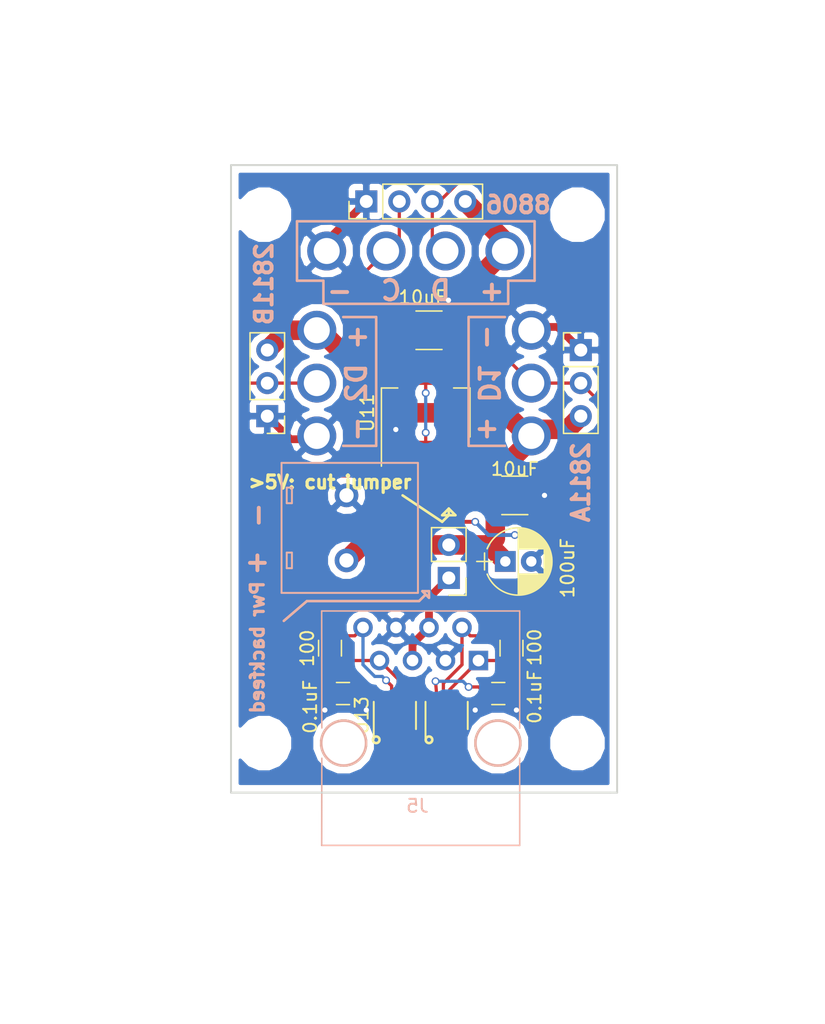
<source format=kicad_pcb>
(kicad_pcb (version 4) (host pcbnew 4.0.6-e0-6349~53~ubuntu16.04.1)

  (general
    (links 64)
    (no_connects 0)
    (area 154.864999 65.964999 184.733001 114.375001)
    (thickness 1.6)
    (drawings 52)
    (tracks 182)
    (zones 0)
    (modules 31)
    (nets 11)
  )

  (page A4)
  (layers
    (0 F.Cu signal)
    (31 B.Cu signal)
    (32 B.Adhes user)
    (33 F.Adhes user)
    (34 B.Paste user)
    (35 F.Paste user)
    (36 B.SilkS user)
    (37 F.SilkS user)
    (38 B.Mask user)
    (39 F.Mask user)
    (40 Dwgs.User user)
    (41 Cmts.User user)
    (42 Eco1.User user)
    (43 Eco2.User user)
    (44 Edge.Cuts user)
    (45 Margin user)
    (46 B.CrtYd user)
    (47 F.CrtYd user)
    (48 B.Fab user)
    (49 F.Fab user)
  )

  (setup
    (last_trace_width 1.5)
    (user_trace_width 0.2)
    (user_trace_width 0.3)
    (user_trace_width 0.4)
    (user_trace_width 0.6)
    (user_trace_width 1)
    (user_trace_width 1.5)
    (trace_clearance 0.2)
    (zone_clearance 0.508)
    (zone_45_only no)
    (trace_min 0.2)
    (segment_width 0.2)
    (edge_width 0.15)
    (via_size 0.6)
    (via_drill 0.4)
    (via_min_size 0.4)
    (via_min_drill 0.3)
    (uvia_size 0.3)
    (uvia_drill 0.1)
    (uvias_allowed no)
    (uvia_min_size 0.2)
    (uvia_min_drill 0.1)
    (pcb_text_width 0.3)
    (pcb_text_size 1.5 1.5)
    (mod_edge_width 0.15)
    (mod_text_size 1 1)
    (mod_text_width 0.15)
    (pad_size 1.524 1.524)
    (pad_drill 0.762)
    (pad_to_mask_clearance 0.2)
    (aux_axis_origin 0 0)
    (visible_elements FFFFFF7F)
    (pcbplotparams
      (layerselection 0x0103c_80000001)
      (usegerberextensions false)
      (excludeedgelayer true)
      (linewidth 0.100000)
      (plotframeref false)
      (viasonmask false)
      (mode 1)
      (useauxorigin false)
      (hpglpennumber 1)
      (hpglpenspeed 20)
      (hpglpendiameter 15)
      (hpglpenoverlay 2)
      (psnegative false)
      (psa4output false)
      (plotreference true)
      (plotvalue true)
      (plotinvisibletext false)
      (padsonsilk false)
      (subtractmaskfromsilk false)
      (outputformat 1)
      (mirror false)
      (drillshape 0)
      (scaleselection 1)
      (outputdirectory ""))
  )

  (net 0 "")
  (net 1 /VCC)
  (net 2 GND)
  (net 3 /5V)
  (net 4 /IO1)
  (net 5 /IO2)
  (net 6 /A1)
  (net 7 /B1)
  (net 8 "Net-(J5-Pad4)")
  (net 9 /A2)
  (net 10 /B2)

  (net_class Default "This is the default net class."
    (clearance 0.2)
    (trace_width 0.25)
    (via_dia 0.6)
    (via_drill 0.4)
    (uvia_dia 0.3)
    (uvia_drill 0.1)
    (add_net /5V)
    (add_net /A1)
    (add_net /A2)
    (add_net /B1)
    (add_net /B2)
    (add_net /IO1)
    (add_net /IO2)
    (add_net /VCC)
    (add_net GND)
    (add_net "Net-(J5-Pad4)")
  )

  (module 1dah:Drill_Hole_0.125in (layer F.Cu) (tedit 58C9AC2A) (tstamp 58F151CE)
    (at 181.61 110.49)
    (fp_text reference REF** (at 0 0.5) (layer F.SilkS) hide
      (effects (font (size 1 1) (thickness 0.15)))
    )
    (fp_text value Drill_Hole (at 0 -0.5) (layer F.Fab) hide
      (effects (font (size 1 1) (thickness 0.15)))
    )
    (pad "" np_thru_hole circle (at 0 0) (size 3.175 3.175) (drill 3.175) (layers *.Cu *.Mask))
  )

  (module 1dah:Drill_Hole_0.125in (layer F.Cu) (tedit 58C9AC2A) (tstamp 58F151CA)
    (at 157.48 110.49)
    (fp_text reference REF** (at 0 0.5) (layer F.SilkS) hide
      (effects (font (size 1 1) (thickness 0.15)))
    )
    (fp_text value Drill_Hole (at 0 -0.5) (layer F.Fab) hide
      (effects (font (size 1 1) (thickness 0.15)))
    )
    (pad "" np_thru_hole circle (at 0 0) (size 3.175 3.175) (drill 3.175) (layers *.Cu *.Mask))
  )

  (module 1dah:Drill_Hole_0.125in (layer F.Cu) (tedit 58C9AC2A) (tstamp 58F151BE)
    (at 157.48 69.85)
    (fp_text reference REF** (at 0 0.5) (layer F.SilkS) hide
      (effects (font (size 1 1) (thickness 0.15)))
    )
    (fp_text value Drill_Hole (at 0 -0.5) (layer F.Fab) hide
      (effects (font (size 1 1) (thickness 0.15)))
    )
    (pad "" np_thru_hole circle (at 0 0) (size 3.175 3.175) (drill 3.175) (layers *.Cu *.Mask))
  )

  (module 1dah:2mm_thru_hole (layer F.Cu) (tedit 58F14689) (tstamp 58F14691)
    (at 162.306 72.644 270)
    (path /58F256B0)
    (fp_text reference U10 (at 0 2.286 270) (layer F.SilkS) hide
      (effects (font (size 1 1) (thickness 0.15)))
    )
    (fp_text value 2mm_thru_hole (at 0 -2.032 270) (layer F.Fab) hide
      (effects (font (size 1 1) (thickness 0.15)))
    )
    (pad 1 thru_hole circle (at 0 0 270) (size 3 3) (drill 2) (layers *.Cu *.Mask)
      (net 2 GND))
  )

  (module 1dah:2mm_thru_hole (layer F.Cu) (tedit 58F1468B) (tstamp 58F1468D)
    (at 166.878 72.644 270)
    (path /58F25669)
    (fp_text reference U9 (at 0 2.286 270) (layer F.SilkS) hide
      (effects (font (size 1 1) (thickness 0.15)))
    )
    (fp_text value 2mm_thru_hole (at 0 -2.032 270) (layer F.Fab) hide
      (effects (font (size 1 1) (thickness 0.15)))
    )
    (pad 1 thru_hole circle (at 0 0 270) (size 3 3) (drill 2) (layers *.Cu *.Mask)
      (net 5 /IO2))
  )

  (module 1dah:2mm_thru_hole (layer F.Cu) (tedit 58F1468D) (tstamp 58F14689)
    (at 171.45 72.644 270)
    (path /58F25622)
    (fp_text reference U8 (at 0 2.286 270) (layer F.SilkS) hide
      (effects (font (size 1 1) (thickness 0.15)))
    )
    (fp_text value 2mm_thru_hole (at 0 -2.032 270) (layer F.Fab) hide
      (effects (font (size 1 1) (thickness 0.15)))
    )
    (pad 1 thru_hole circle (at 0 0 270) (size 3 3) (drill 2) (layers *.Cu *.Mask)
      (net 4 /IO1))
  )

  (module 1dah:2mm_thru_hole (layer F.Cu) (tedit 58F14690) (tstamp 58F14685)
    (at 176.022 72.644 270)
    (path /58F255DB)
    (fp_text reference U7 (at 0 2.286 270) (layer F.SilkS) hide
      (effects (font (size 1 1) (thickness 0.15)))
    )
    (fp_text value 2mm_thru_hole (at 0 -2.032 270) (layer F.Fab) hide
      (effects (font (size 1 1) (thickness 0.15)))
    )
    (pad 1 thru_hole circle (at 0 0 270) (size 3 3) (drill 2) (layers *.Cu *.Mask)
      (net 1 /VCC))
  )

  (module 1dah:2mm_thru_hole (layer F.Cu) (tedit 58F1467F) (tstamp 58F14681)
    (at 161.544 86.868)
    (path /58F25B7D)
    (fp_text reference U6 (at 0 2.286) (layer F.SilkS) hide
      (effects (font (size 1 1) (thickness 0.15)))
    )
    (fp_text value 2mm_thru_hole (at 0 -2.032) (layer F.Fab) hide
      (effects (font (size 1 1) (thickness 0.15)))
    )
    (pad 1 thru_hole circle (at 0 0) (size 3 3) (drill 2) (layers *.Cu *.Mask)
      (net 2 GND))
  )

  (module 1dah:2mm_thru_hole (layer F.Cu) (tedit 58F14682) (tstamp 58F1467D)
    (at 161.544 82.804)
    (path /58F25B3F)
    (fp_text reference U5 (at 0 2.286) (layer F.SilkS) hide
      (effects (font (size 1 1) (thickness 0.15)))
    )
    (fp_text value 2mm_thru_hole (at 0 -2.032) (layer F.Fab) hide
      (effects (font (size 1 1) (thickness 0.15)))
    )
    (pad 1 thru_hole circle (at 0 0) (size 3 3) (drill 2) (layers *.Cu *.Mask)
      (net 5 /IO2))
  )

  (module 1dah:2mm_thru_hole (layer F.Cu) (tedit 58F14685) (tstamp 58F14679)
    (at 161.544 78.74)
    (path /58F25B01)
    (fp_text reference U4 (at 0 2.286) (layer F.SilkS) hide
      (effects (font (size 1 1) (thickness 0.15)))
    )
    (fp_text value 2mm_thru_hole (at 0 -2.032) (layer F.Fab) hide
      (effects (font (size 1 1) (thickness 0.15)))
    )
    (pad 1 thru_hole circle (at 0 0) (size 3 3) (drill 2) (layers *.Cu *.Mask)
      (net 1 /VCC))
  )

  (module 1dah:2mm_thru_hole (layer F.Cu) (tedit 58F14694) (tstamp 58F14675)
    (at 178.054 78.74)
    (path /58F25594)
    (fp_text reference U3 (at 0 2.286) (layer F.SilkS) hide
      (effects (font (size 1 1) (thickness 0.15)))
    )
    (fp_text value 2mm_thru_hole (at 0 -2.032) (layer F.Fab) hide
      (effects (font (size 1 1) (thickness 0.15)))
    )
    (pad 1 thru_hole circle (at 0 0) (size 3 3) (drill 2) (layers *.Cu *.Mask)
      (net 2 GND))
  )

  (module 1dah:2mm_thru_hole (layer F.Cu) (tedit 58F14696) (tstamp 58F14671)
    (at 178.054 82.804)
    (path /58F2554D)
    (fp_text reference U2 (at 0 2.286) (layer F.SilkS) hide
      (effects (font (size 1 1) (thickness 0.15)))
    )
    (fp_text value 2mm_thru_hole (at 0 -2.032) (layer F.Fab) hide
      (effects (font (size 1 1) (thickness 0.15)))
    )
    (pad 1 thru_hole circle (at 0 0) (size 3 3) (drill 2) (layers *.Cu *.Mask)
      (net 4 /IO1))
  )

  (module 1dah:2mm_thru_hole (layer F.Cu) (tedit 58F14698) (tstamp 58F1466D)
    (at 178.054 86.868)
    (path /58F254FF)
    (fp_text reference U1 (at 0 2.286) (layer F.SilkS) hide
      (effects (font (size 1 1) (thickness 0.15)))
    )
    (fp_text value 2mm_thru_hole (at 0 -2.032) (layer F.Fab) hide
      (effects (font (size 1 1) (thickness 0.15)))
    )
    (pad 1 thru_hole circle (at 0 0) (size 3 3) (drill 2) (layers *.Cu *.Mask)
      (net 1 /VCC))
  )

  (module Capacitors_THT:CP_Radial_D5.0mm_P2.00mm (layer F.Cu) (tedit 58F1478A) (tstamp 58F1194D)
    (at 176.054 96.52)
    (descr "CP, Radial series, Radial, pin pitch=2.00mm, , diameter=5mm, Electrolytic Capacitor")
    (tags "CP Radial series Radial pin pitch 2.00mm  diameter 5mm Electrolytic Capacitor")
    (path /58F12CD0)
    (fp_text reference C1 (at 1 -3.56) (layer F.SilkS) hide
      (effects (font (size 1 1) (thickness 0.15)))
    )
    (fp_text value 100uF (at 4.794 0.508 90) (layer F.SilkS)
      (effects (font (size 1 1) (thickness 0.15)))
    )
    (fp_arc (start 1 0) (end -1.397436 -0.98) (angle 135.5) (layer F.SilkS) (width 0.12))
    (fp_arc (start 1 0) (end -1.397436 0.98) (angle -135.5) (layer F.SilkS) (width 0.12))
    (fp_arc (start 1 0) (end 3.397436 -0.98) (angle 44.5) (layer F.SilkS) (width 0.12))
    (fp_circle (center 1 0) (end 3.5 0) (layer F.Fab) (width 0.1))
    (fp_line (start -2.2 0) (end -1 0) (layer F.Fab) (width 0.1))
    (fp_line (start -1.6 -0.65) (end -1.6 0.65) (layer F.Fab) (width 0.1))
    (fp_line (start 1 -2.55) (end 1 2.55) (layer F.SilkS) (width 0.12))
    (fp_line (start 1.04 -2.55) (end 1.04 -0.98) (layer F.SilkS) (width 0.12))
    (fp_line (start 1.04 0.98) (end 1.04 2.55) (layer F.SilkS) (width 0.12))
    (fp_line (start 1.08 -2.549) (end 1.08 -0.98) (layer F.SilkS) (width 0.12))
    (fp_line (start 1.08 0.98) (end 1.08 2.549) (layer F.SilkS) (width 0.12))
    (fp_line (start 1.12 -2.548) (end 1.12 -0.98) (layer F.SilkS) (width 0.12))
    (fp_line (start 1.12 0.98) (end 1.12 2.548) (layer F.SilkS) (width 0.12))
    (fp_line (start 1.16 -2.546) (end 1.16 -0.98) (layer F.SilkS) (width 0.12))
    (fp_line (start 1.16 0.98) (end 1.16 2.546) (layer F.SilkS) (width 0.12))
    (fp_line (start 1.2 -2.543) (end 1.2 -0.98) (layer F.SilkS) (width 0.12))
    (fp_line (start 1.2 0.98) (end 1.2 2.543) (layer F.SilkS) (width 0.12))
    (fp_line (start 1.24 -2.539) (end 1.24 -0.98) (layer F.SilkS) (width 0.12))
    (fp_line (start 1.24 0.98) (end 1.24 2.539) (layer F.SilkS) (width 0.12))
    (fp_line (start 1.28 -2.535) (end 1.28 -0.98) (layer F.SilkS) (width 0.12))
    (fp_line (start 1.28 0.98) (end 1.28 2.535) (layer F.SilkS) (width 0.12))
    (fp_line (start 1.32 -2.531) (end 1.32 -0.98) (layer F.SilkS) (width 0.12))
    (fp_line (start 1.32 0.98) (end 1.32 2.531) (layer F.SilkS) (width 0.12))
    (fp_line (start 1.36 -2.525) (end 1.36 -0.98) (layer F.SilkS) (width 0.12))
    (fp_line (start 1.36 0.98) (end 1.36 2.525) (layer F.SilkS) (width 0.12))
    (fp_line (start 1.4 -2.519) (end 1.4 -0.98) (layer F.SilkS) (width 0.12))
    (fp_line (start 1.4 0.98) (end 1.4 2.519) (layer F.SilkS) (width 0.12))
    (fp_line (start 1.44 -2.513) (end 1.44 -0.98) (layer F.SilkS) (width 0.12))
    (fp_line (start 1.44 0.98) (end 1.44 2.513) (layer F.SilkS) (width 0.12))
    (fp_line (start 1.48 -2.506) (end 1.48 -0.98) (layer F.SilkS) (width 0.12))
    (fp_line (start 1.48 0.98) (end 1.48 2.506) (layer F.SilkS) (width 0.12))
    (fp_line (start 1.52 -2.498) (end 1.52 -0.98) (layer F.SilkS) (width 0.12))
    (fp_line (start 1.52 0.98) (end 1.52 2.498) (layer F.SilkS) (width 0.12))
    (fp_line (start 1.56 -2.489) (end 1.56 -0.98) (layer F.SilkS) (width 0.12))
    (fp_line (start 1.56 0.98) (end 1.56 2.489) (layer F.SilkS) (width 0.12))
    (fp_line (start 1.6 -2.48) (end 1.6 -0.98) (layer F.SilkS) (width 0.12))
    (fp_line (start 1.6 0.98) (end 1.6 2.48) (layer F.SilkS) (width 0.12))
    (fp_line (start 1.64 -2.47) (end 1.64 -0.98) (layer F.SilkS) (width 0.12))
    (fp_line (start 1.64 0.98) (end 1.64 2.47) (layer F.SilkS) (width 0.12))
    (fp_line (start 1.68 -2.46) (end 1.68 -0.98) (layer F.SilkS) (width 0.12))
    (fp_line (start 1.68 0.98) (end 1.68 2.46) (layer F.SilkS) (width 0.12))
    (fp_line (start 1.721 -2.448) (end 1.721 -0.98) (layer F.SilkS) (width 0.12))
    (fp_line (start 1.721 0.98) (end 1.721 2.448) (layer F.SilkS) (width 0.12))
    (fp_line (start 1.761 -2.436) (end 1.761 -0.98) (layer F.SilkS) (width 0.12))
    (fp_line (start 1.761 0.98) (end 1.761 2.436) (layer F.SilkS) (width 0.12))
    (fp_line (start 1.801 -2.424) (end 1.801 -0.98) (layer F.SilkS) (width 0.12))
    (fp_line (start 1.801 0.98) (end 1.801 2.424) (layer F.SilkS) (width 0.12))
    (fp_line (start 1.841 -2.41) (end 1.841 -0.98) (layer F.SilkS) (width 0.12))
    (fp_line (start 1.841 0.98) (end 1.841 2.41) (layer F.SilkS) (width 0.12))
    (fp_line (start 1.881 -2.396) (end 1.881 -0.98) (layer F.SilkS) (width 0.12))
    (fp_line (start 1.881 0.98) (end 1.881 2.396) (layer F.SilkS) (width 0.12))
    (fp_line (start 1.921 -2.382) (end 1.921 -0.98) (layer F.SilkS) (width 0.12))
    (fp_line (start 1.921 0.98) (end 1.921 2.382) (layer F.SilkS) (width 0.12))
    (fp_line (start 1.961 -2.366) (end 1.961 -0.98) (layer F.SilkS) (width 0.12))
    (fp_line (start 1.961 0.98) (end 1.961 2.366) (layer F.SilkS) (width 0.12))
    (fp_line (start 2.001 -2.35) (end 2.001 -0.98) (layer F.SilkS) (width 0.12))
    (fp_line (start 2.001 0.98) (end 2.001 2.35) (layer F.SilkS) (width 0.12))
    (fp_line (start 2.041 -2.333) (end 2.041 -0.98) (layer F.SilkS) (width 0.12))
    (fp_line (start 2.041 0.98) (end 2.041 2.333) (layer F.SilkS) (width 0.12))
    (fp_line (start 2.081 -2.315) (end 2.081 -0.98) (layer F.SilkS) (width 0.12))
    (fp_line (start 2.081 0.98) (end 2.081 2.315) (layer F.SilkS) (width 0.12))
    (fp_line (start 2.121 -2.296) (end 2.121 -0.98) (layer F.SilkS) (width 0.12))
    (fp_line (start 2.121 0.98) (end 2.121 2.296) (layer F.SilkS) (width 0.12))
    (fp_line (start 2.161 -2.276) (end 2.161 -0.98) (layer F.SilkS) (width 0.12))
    (fp_line (start 2.161 0.98) (end 2.161 2.276) (layer F.SilkS) (width 0.12))
    (fp_line (start 2.201 -2.256) (end 2.201 -0.98) (layer F.SilkS) (width 0.12))
    (fp_line (start 2.201 0.98) (end 2.201 2.256) (layer F.SilkS) (width 0.12))
    (fp_line (start 2.241 -2.234) (end 2.241 -0.98) (layer F.SilkS) (width 0.12))
    (fp_line (start 2.241 0.98) (end 2.241 2.234) (layer F.SilkS) (width 0.12))
    (fp_line (start 2.281 -2.212) (end 2.281 -0.98) (layer F.SilkS) (width 0.12))
    (fp_line (start 2.281 0.98) (end 2.281 2.212) (layer F.SilkS) (width 0.12))
    (fp_line (start 2.321 -2.189) (end 2.321 -0.98) (layer F.SilkS) (width 0.12))
    (fp_line (start 2.321 0.98) (end 2.321 2.189) (layer F.SilkS) (width 0.12))
    (fp_line (start 2.361 -2.165) (end 2.361 -0.98) (layer F.SilkS) (width 0.12))
    (fp_line (start 2.361 0.98) (end 2.361 2.165) (layer F.SilkS) (width 0.12))
    (fp_line (start 2.401 -2.14) (end 2.401 -0.98) (layer F.SilkS) (width 0.12))
    (fp_line (start 2.401 0.98) (end 2.401 2.14) (layer F.SilkS) (width 0.12))
    (fp_line (start 2.441 -2.113) (end 2.441 -0.98) (layer F.SilkS) (width 0.12))
    (fp_line (start 2.441 0.98) (end 2.441 2.113) (layer F.SilkS) (width 0.12))
    (fp_line (start 2.481 -2.086) (end 2.481 -0.98) (layer F.SilkS) (width 0.12))
    (fp_line (start 2.481 0.98) (end 2.481 2.086) (layer F.SilkS) (width 0.12))
    (fp_line (start 2.521 -2.058) (end 2.521 -0.98) (layer F.SilkS) (width 0.12))
    (fp_line (start 2.521 0.98) (end 2.521 2.058) (layer F.SilkS) (width 0.12))
    (fp_line (start 2.561 -2.028) (end 2.561 -0.98) (layer F.SilkS) (width 0.12))
    (fp_line (start 2.561 0.98) (end 2.561 2.028) (layer F.SilkS) (width 0.12))
    (fp_line (start 2.601 -1.997) (end 2.601 -0.98) (layer F.SilkS) (width 0.12))
    (fp_line (start 2.601 0.98) (end 2.601 1.997) (layer F.SilkS) (width 0.12))
    (fp_line (start 2.641 -1.965) (end 2.641 -0.98) (layer F.SilkS) (width 0.12))
    (fp_line (start 2.641 0.98) (end 2.641 1.965) (layer F.SilkS) (width 0.12))
    (fp_line (start 2.681 -1.932) (end 2.681 -0.98) (layer F.SilkS) (width 0.12))
    (fp_line (start 2.681 0.98) (end 2.681 1.932) (layer F.SilkS) (width 0.12))
    (fp_line (start 2.721 -1.897) (end 2.721 -0.98) (layer F.SilkS) (width 0.12))
    (fp_line (start 2.721 0.98) (end 2.721 1.897) (layer F.SilkS) (width 0.12))
    (fp_line (start 2.761 -1.861) (end 2.761 -0.98) (layer F.SilkS) (width 0.12))
    (fp_line (start 2.761 0.98) (end 2.761 1.861) (layer F.SilkS) (width 0.12))
    (fp_line (start 2.801 -1.823) (end 2.801 -0.98) (layer F.SilkS) (width 0.12))
    (fp_line (start 2.801 0.98) (end 2.801 1.823) (layer F.SilkS) (width 0.12))
    (fp_line (start 2.841 -1.783) (end 2.841 -0.98) (layer F.SilkS) (width 0.12))
    (fp_line (start 2.841 0.98) (end 2.841 1.783) (layer F.SilkS) (width 0.12))
    (fp_line (start 2.881 -1.742) (end 2.881 -0.98) (layer F.SilkS) (width 0.12))
    (fp_line (start 2.881 0.98) (end 2.881 1.742) (layer F.SilkS) (width 0.12))
    (fp_line (start 2.921 -1.699) (end 2.921 -0.98) (layer F.SilkS) (width 0.12))
    (fp_line (start 2.921 0.98) (end 2.921 1.699) (layer F.SilkS) (width 0.12))
    (fp_line (start 2.961 -1.654) (end 2.961 -0.98) (layer F.SilkS) (width 0.12))
    (fp_line (start 2.961 0.98) (end 2.961 1.654) (layer F.SilkS) (width 0.12))
    (fp_line (start 3.001 -1.606) (end 3.001 1.606) (layer F.SilkS) (width 0.12))
    (fp_line (start 3.041 -1.556) (end 3.041 1.556) (layer F.SilkS) (width 0.12))
    (fp_line (start 3.081 -1.504) (end 3.081 1.504) (layer F.SilkS) (width 0.12))
    (fp_line (start 3.121 -1.448) (end 3.121 1.448) (layer F.SilkS) (width 0.12))
    (fp_line (start 3.161 -1.39) (end 3.161 1.39) (layer F.SilkS) (width 0.12))
    (fp_line (start 3.201 -1.327) (end 3.201 1.327) (layer F.SilkS) (width 0.12))
    (fp_line (start 3.241 -1.261) (end 3.241 1.261) (layer F.SilkS) (width 0.12))
    (fp_line (start 3.281 -1.189) (end 3.281 1.189) (layer F.SilkS) (width 0.12))
    (fp_line (start 3.321 -1.112) (end 3.321 1.112) (layer F.SilkS) (width 0.12))
    (fp_line (start 3.361 -1.028) (end 3.361 1.028) (layer F.SilkS) (width 0.12))
    (fp_line (start 3.401 -0.934) (end 3.401 0.934) (layer F.SilkS) (width 0.12))
    (fp_line (start 3.441 -0.829) (end 3.441 0.829) (layer F.SilkS) (width 0.12))
    (fp_line (start 3.481 -0.707) (end 3.481 0.707) (layer F.SilkS) (width 0.12))
    (fp_line (start 3.521 -0.559) (end 3.521 0.559) (layer F.SilkS) (width 0.12))
    (fp_line (start 3.561 -0.354) (end 3.561 0.354) (layer F.SilkS) (width 0.12))
    (fp_line (start -2.2 0) (end -1 0) (layer F.SilkS) (width 0.12))
    (fp_line (start -1.6 -0.65) (end -1.6 0.65) (layer F.SilkS) (width 0.12))
    (fp_line (start -1.85 -2.85) (end -1.85 2.85) (layer F.CrtYd) (width 0.05))
    (fp_line (start -1.85 2.85) (end 3.85 2.85) (layer F.CrtYd) (width 0.05))
    (fp_line (start 3.85 2.85) (end 3.85 -2.85) (layer F.CrtYd) (width 0.05))
    (fp_line (start 3.85 -2.85) (end -1.85 -2.85) (layer F.CrtYd) (width 0.05))
    (pad 1 thru_hole rect (at 0 0) (size 1.6 1.6) (drill 0.8) (layers *.Cu *.Mask)
      (net 1 /VCC))
    (pad 2 thru_hole circle (at 2 0) (size 1.6 1.6) (drill 0.8) (layers *.Cu *.Mask)
      (net 2 GND))
    (model Capacitors_THT.3dshapes/CP_Radial_D5.0mm_P2.00mm.wrl
      (at (xyz 0 0 0))
      (scale (xyz 0.393701 0.393701 0.393701))
      (rotate (xyz 0 0 0))
    )
  )

  (module Capacitors_SMD:C_1210 (layer F.Cu) (tedit 58F14771) (tstamp 58F11953)
    (at 176.784 91.44)
    (descr "Capacitor SMD 1210, reflow soldering, AVX (see smccp.pdf)")
    (tags "capacitor 1210")
    (path /58F1268E)
    (attr smd)
    (fp_text reference C2 (at 0 -2.25) (layer F.SilkS) hide
      (effects (font (size 1 1) (thickness 0.15)))
    )
    (fp_text value 10uF (at 0 -2.032) (layer F.SilkS)
      (effects (font (size 1 1) (thickness 0.15)))
    )
    (fp_text user %R (at 0 -2.25) (layer F.Fab) hide
      (effects (font (size 1 1) (thickness 0.15)))
    )
    (fp_line (start -1.6 1.25) (end -1.6 -1.25) (layer F.Fab) (width 0.1))
    (fp_line (start 1.6 1.25) (end -1.6 1.25) (layer F.Fab) (width 0.1))
    (fp_line (start 1.6 -1.25) (end 1.6 1.25) (layer F.Fab) (width 0.1))
    (fp_line (start -1.6 -1.25) (end 1.6 -1.25) (layer F.Fab) (width 0.1))
    (fp_line (start 1 -1.48) (end -1 -1.48) (layer F.SilkS) (width 0.12))
    (fp_line (start -1 1.48) (end 1 1.48) (layer F.SilkS) (width 0.12))
    (fp_line (start -2.25 -1.5) (end 2.25 -1.5) (layer F.CrtYd) (width 0.05))
    (fp_line (start -2.25 -1.5) (end -2.25 1.5) (layer F.CrtYd) (width 0.05))
    (fp_line (start 2.25 1.5) (end 2.25 -1.5) (layer F.CrtYd) (width 0.05))
    (fp_line (start 2.25 1.5) (end -2.25 1.5) (layer F.CrtYd) (width 0.05))
    (pad 1 smd rect (at -1.5 0) (size 1 2.5) (layers F.Cu F.Paste F.Mask)
      (net 1 /VCC))
    (pad 2 smd rect (at 1.5 0) (size 1 2.5) (layers F.Cu F.Paste F.Mask)
      (net 2 GND))
    (model Capacitors_SMD.3dshapes/C_1210.wrl
      (at (xyz 0 0 0))
      (scale (xyz 1 1 1))
      (rotate (xyz 0 0 0))
    )
  )

  (module Capacitors_SMD:C_1210 (layer F.Cu) (tedit 58F1474D) (tstamp 58F11959)
    (at 170.18 78.74)
    (descr "Capacitor SMD 1210, reflow soldering, AVX (see smccp.pdf)")
    (tags "capacitor 1210")
    (path /58F1291A)
    (attr smd)
    (fp_text reference C3 (at 0 -2.25) (layer F.SilkS) hide
      (effects (font (size 1 1) (thickness 0.15)))
    )
    (fp_text value 10uF (at -0.508 -2.54) (layer F.SilkS)
      (effects (font (size 1 1) (thickness 0.15)))
    )
    (fp_text user %R (at 0 -2.25) (layer F.Fab) hide
      (effects (font (size 1 1) (thickness 0.15)))
    )
    (fp_line (start -1.6 1.25) (end -1.6 -1.25) (layer F.Fab) (width 0.1))
    (fp_line (start 1.6 1.25) (end -1.6 1.25) (layer F.Fab) (width 0.1))
    (fp_line (start 1.6 -1.25) (end 1.6 1.25) (layer F.Fab) (width 0.1))
    (fp_line (start -1.6 -1.25) (end 1.6 -1.25) (layer F.Fab) (width 0.1))
    (fp_line (start 1 -1.48) (end -1 -1.48) (layer F.SilkS) (width 0.12))
    (fp_line (start -1 1.48) (end 1 1.48) (layer F.SilkS) (width 0.12))
    (fp_line (start -2.25 -1.5) (end 2.25 -1.5) (layer F.CrtYd) (width 0.05))
    (fp_line (start -2.25 -1.5) (end -2.25 1.5) (layer F.CrtYd) (width 0.05))
    (fp_line (start 2.25 1.5) (end 2.25 -1.5) (layer F.CrtYd) (width 0.05))
    (fp_line (start 2.25 1.5) (end -2.25 1.5) (layer F.CrtYd) (width 0.05))
    (pad 1 smd rect (at -1.5 0) (size 1 2.5) (layers F.Cu F.Paste F.Mask)
      (net 3 /5V))
    (pad 2 smd rect (at 1.5 0) (size 1 2.5) (layers F.Cu F.Paste F.Mask)
      (net 2 GND))
    (model Capacitors_SMD.3dshapes/C_1210.wrl
      (at (xyz 0 0 0))
      (scale (xyz 1 1 1))
      (rotate (xyz 0 0 0))
    )
  )

  (module Capacitors_SMD:C_0805 (layer F.Cu) (tedit 58F14805) (tstamp 58F1195F)
    (at 175.514 106.68 180)
    (descr "Capacitor SMD 0805, reflow soldering, AVX (see smccp.pdf)")
    (tags "capacitor 0805")
    (path /58F0C36E)
    (attr smd)
    (fp_text reference C4 (at 0 -1.5 180) (layer F.SilkS) hide
      (effects (font (size 1 1) (thickness 0.15)))
    )
    (fp_text value 0.1uF (at -2.794 -0.254 270) (layer F.SilkS)
      (effects (font (size 1 1) (thickness 0.15)))
    )
    (fp_text user %R (at 0 -1.5 180) (layer F.Fab) hide
      (effects (font (size 1 1) (thickness 0.15)))
    )
    (fp_line (start -1 0.62) (end -1 -0.62) (layer F.Fab) (width 0.1))
    (fp_line (start 1 0.62) (end -1 0.62) (layer F.Fab) (width 0.1))
    (fp_line (start 1 -0.62) (end 1 0.62) (layer F.Fab) (width 0.1))
    (fp_line (start -1 -0.62) (end 1 -0.62) (layer F.Fab) (width 0.1))
    (fp_line (start 0.5 -0.85) (end -0.5 -0.85) (layer F.SilkS) (width 0.12))
    (fp_line (start -0.5 0.85) (end 0.5 0.85) (layer F.SilkS) (width 0.12))
    (fp_line (start -1.75 -0.88) (end 1.75 -0.88) (layer F.CrtYd) (width 0.05))
    (fp_line (start -1.75 -0.88) (end -1.75 0.87) (layer F.CrtYd) (width 0.05))
    (fp_line (start 1.75 0.87) (end 1.75 -0.88) (layer F.CrtYd) (width 0.05))
    (fp_line (start 1.75 0.87) (end -1.75 0.87) (layer F.CrtYd) (width 0.05))
    (pad 1 smd rect (at -1 0 180) (size 1 1.25) (layers F.Cu F.Paste F.Mask)
      (net 2 GND))
    (pad 2 smd rect (at 1 0 180) (size 1 1.25) (layers F.Cu F.Paste F.Mask)
      (net 3 /5V))
    (model Capacitors_SMD.3dshapes/C_0805.wrl
      (at (xyz 0 0 0))
      (scale (xyz 1 1 1))
      (rotate (xyz 0 0 0))
    )
  )

  (module Capacitors_SMD:C_0805 (layer F.Cu) (tedit 58F147BA) (tstamp 58F11965)
    (at 163.56 106.68)
    (descr "Capacitor SMD 0805, reflow soldering, AVX (see smccp.pdf)")
    (tags "capacitor 0805")
    (path /58F0C3BE)
    (attr smd)
    (fp_text reference C5 (at 0 -1.5) (layer F.SilkS) hide
      (effects (font (size 1 1) (thickness 0.15)))
    )
    (fp_text value 0.1uF (at -2.524 1.016 90) (layer F.SilkS)
      (effects (font (size 1 1) (thickness 0.15)))
    )
    (fp_text user %R (at 0 -1.5) (layer F.Fab) hide
      (effects (font (size 1 1) (thickness 0.15)))
    )
    (fp_line (start -1 0.62) (end -1 -0.62) (layer F.Fab) (width 0.1))
    (fp_line (start 1 0.62) (end -1 0.62) (layer F.Fab) (width 0.1))
    (fp_line (start 1 -0.62) (end 1 0.62) (layer F.Fab) (width 0.1))
    (fp_line (start -1 -0.62) (end 1 -0.62) (layer F.Fab) (width 0.1))
    (fp_line (start 0.5 -0.85) (end -0.5 -0.85) (layer F.SilkS) (width 0.12))
    (fp_line (start -0.5 0.85) (end 0.5 0.85) (layer F.SilkS) (width 0.12))
    (fp_line (start -1.75 -0.88) (end 1.75 -0.88) (layer F.CrtYd) (width 0.05))
    (fp_line (start -1.75 -0.88) (end -1.75 0.87) (layer F.CrtYd) (width 0.05))
    (fp_line (start 1.75 0.87) (end 1.75 -0.88) (layer F.CrtYd) (width 0.05))
    (fp_line (start 1.75 0.87) (end -1.75 0.87) (layer F.CrtYd) (width 0.05))
    (pad 1 smd rect (at -1 0) (size 1 1.25) (layers F.Cu F.Paste F.Mask)
      (net 2 GND))
    (pad 2 smd rect (at 1 0) (size 1 1.25) (layers F.Cu F.Paste F.Mask)
      (net 3 /5V))
    (model Capacitors_SMD.3dshapes/C_0805.wrl
      (at (xyz 0 0 0))
      (scale (xyz 1 1 1))
      (rotate (xyz 0 0 0))
    )
  )

  (module Pin_Headers:Pin_Header_Straight_1x03_Pitch2.54mm (layer F.Cu) (tedit 58F14739) (tstamp 58F1196C)
    (at 181.864 80.264)
    (descr "Through hole straight pin header, 1x03, 2.54mm pitch, single row")
    (tags "Through hole pin header THT 1x03 2.54mm single row")
    (path /58F0CE16)
    (fp_text reference J1 (at 0 -2.33) (layer F.SilkS) hide
      (effects (font (size 1 1) (thickness 0.15)))
    )
    (fp_text value OUT1 (at 0 7.41) (layer F.Fab) hide
      (effects (font (size 1 1) (thickness 0.15)))
    )
    (fp_line (start -1.27 -1.27) (end -1.27 6.35) (layer F.Fab) (width 0.1))
    (fp_line (start -1.27 6.35) (end 1.27 6.35) (layer F.Fab) (width 0.1))
    (fp_line (start 1.27 6.35) (end 1.27 -1.27) (layer F.Fab) (width 0.1))
    (fp_line (start 1.27 -1.27) (end -1.27 -1.27) (layer F.Fab) (width 0.1))
    (fp_line (start -1.33 1.27) (end -1.33 6.41) (layer F.SilkS) (width 0.12))
    (fp_line (start -1.33 6.41) (end 1.33 6.41) (layer F.SilkS) (width 0.12))
    (fp_line (start 1.33 6.41) (end 1.33 1.27) (layer F.SilkS) (width 0.12))
    (fp_line (start 1.33 1.27) (end -1.33 1.27) (layer F.SilkS) (width 0.12))
    (fp_line (start -1.33 0) (end -1.33 -1.33) (layer F.SilkS) (width 0.12))
    (fp_line (start -1.33 -1.33) (end 0 -1.33) (layer F.SilkS) (width 0.12))
    (fp_line (start -1.8 -1.8) (end -1.8 6.85) (layer F.CrtYd) (width 0.05))
    (fp_line (start -1.8 6.85) (end 1.8 6.85) (layer F.CrtYd) (width 0.05))
    (fp_line (start 1.8 6.85) (end 1.8 -1.8) (layer F.CrtYd) (width 0.05))
    (fp_line (start 1.8 -1.8) (end -1.8 -1.8) (layer F.CrtYd) (width 0.05))
    (fp_text user %R (at 0 -2.33) (layer F.Fab) hide
      (effects (font (size 1 1) (thickness 0.15)))
    )
    (pad 1 thru_hole rect (at 0 0) (size 1.7 1.7) (drill 1) (layers *.Cu *.Mask)
      (net 2 GND))
    (pad 2 thru_hole oval (at 0 2.54) (size 1.7 1.7) (drill 1) (layers *.Cu *.Mask)
      (net 4 /IO1))
    (pad 3 thru_hole oval (at 0 5.08) (size 1.7 1.7) (drill 1) (layers *.Cu *.Mask)
      (net 1 /VCC))
    (model ${KISYS3DMOD}/Pin_Headers.3dshapes/Pin_Header_Straight_1x03_Pitch2.54mm.wrl
      (at (xyz 0 -0.1 0))
      (scale (xyz 1 1 1))
      (rotate (xyz 0 0 90))
    )
  )

  (module Pin_Headers:Pin_Header_Straight_1x04_Pitch2.54mm (layer F.Cu) (tedit 58F14731) (tstamp 58F11974)
    (at 165.354 68.834 90)
    (descr "Through hole straight pin header, 1x04, 2.54mm pitch, single row")
    (tags "Through hole pin header THT 1x04 2.54mm single row")
    (path /58F0CFE3)
    (fp_text reference J2 (at 0 -2.33 90) (layer F.SilkS) hide
      (effects (font (size 1 1) (thickness 0.15)))
    )
    (fp_text value 4-WIRE (at 0 9.95 90) (layer F.Fab) hide
      (effects (font (size 1 1) (thickness 0.15)))
    )
    (fp_line (start -1.27 -1.27) (end -1.27 8.89) (layer F.Fab) (width 0.1))
    (fp_line (start -1.27 8.89) (end 1.27 8.89) (layer F.Fab) (width 0.1))
    (fp_line (start 1.27 8.89) (end 1.27 -1.27) (layer F.Fab) (width 0.1))
    (fp_line (start 1.27 -1.27) (end -1.27 -1.27) (layer F.Fab) (width 0.1))
    (fp_line (start -1.33 1.27) (end -1.33 8.95) (layer F.SilkS) (width 0.12))
    (fp_line (start -1.33 8.95) (end 1.33 8.95) (layer F.SilkS) (width 0.12))
    (fp_line (start 1.33 8.95) (end 1.33 1.27) (layer F.SilkS) (width 0.12))
    (fp_line (start 1.33 1.27) (end -1.33 1.27) (layer F.SilkS) (width 0.12))
    (fp_line (start -1.33 0) (end -1.33 -1.33) (layer F.SilkS) (width 0.12))
    (fp_line (start -1.33 -1.33) (end 0 -1.33) (layer F.SilkS) (width 0.12))
    (fp_line (start -1.8 -1.8) (end -1.8 9.4) (layer F.CrtYd) (width 0.05))
    (fp_line (start -1.8 9.4) (end 1.8 9.4) (layer F.CrtYd) (width 0.05))
    (fp_line (start 1.8 9.4) (end 1.8 -1.8) (layer F.CrtYd) (width 0.05))
    (fp_line (start 1.8 -1.8) (end -1.8 -1.8) (layer F.CrtYd) (width 0.05))
    (fp_text user %R (at 0 -2.33 90) (layer F.Fab) hide
      (effects (font (size 1 1) (thickness 0.15)))
    )
    (pad 1 thru_hole rect (at 0 0 90) (size 1.7 1.7) (drill 1) (layers *.Cu *.Mask)
      (net 2 GND))
    (pad 2 thru_hole oval (at 0 2.54 90) (size 1.7 1.7) (drill 1) (layers *.Cu *.Mask)
      (net 5 /IO2))
    (pad 3 thru_hole oval (at 0 5.08 90) (size 1.7 1.7) (drill 1) (layers *.Cu *.Mask)
      (net 4 /IO1))
    (pad 4 thru_hole oval (at 0 7.62 90) (size 1.7 1.7) (drill 1) (layers *.Cu *.Mask)
      (net 1 /VCC))
    (model ${KISYS3DMOD}/Pin_Headers.3dshapes/Pin_Header_Straight_1x04_Pitch2.54mm.wrl
      (at (xyz 0 -0.15 0))
      (scale (xyz 1 1 1))
      (rotate (xyz 0 0 90))
    )
  )

  (module Pin_Headers:Pin_Header_Straight_1x03_Pitch2.54mm (layer F.Cu) (tedit 58F14736) (tstamp 58F1197B)
    (at 157.734 85.344 180)
    (descr "Through hole straight pin header, 1x03, 2.54mm pitch, single row")
    (tags "Through hole pin header THT 1x03 2.54mm single row")
    (path /58F0CF4D)
    (fp_text reference J3 (at 0 -2.33 180) (layer F.SilkS) hide
      (effects (font (size 1 1) (thickness 0.15)))
    )
    (fp_text value OUT2 (at 0 7.41 180) (layer F.Fab) hide
      (effects (font (size 1 1) (thickness 0.15)))
    )
    (fp_line (start -1.27 -1.27) (end -1.27 6.35) (layer F.Fab) (width 0.1))
    (fp_line (start -1.27 6.35) (end 1.27 6.35) (layer F.Fab) (width 0.1))
    (fp_line (start 1.27 6.35) (end 1.27 -1.27) (layer F.Fab) (width 0.1))
    (fp_line (start 1.27 -1.27) (end -1.27 -1.27) (layer F.Fab) (width 0.1))
    (fp_line (start -1.33 1.27) (end -1.33 6.41) (layer F.SilkS) (width 0.12))
    (fp_line (start -1.33 6.41) (end 1.33 6.41) (layer F.SilkS) (width 0.12))
    (fp_line (start 1.33 6.41) (end 1.33 1.27) (layer F.SilkS) (width 0.12))
    (fp_line (start 1.33 1.27) (end -1.33 1.27) (layer F.SilkS) (width 0.12))
    (fp_line (start -1.33 0) (end -1.33 -1.33) (layer F.SilkS) (width 0.12))
    (fp_line (start -1.33 -1.33) (end 0 -1.33) (layer F.SilkS) (width 0.12))
    (fp_line (start -1.8 -1.8) (end -1.8 6.85) (layer F.CrtYd) (width 0.05))
    (fp_line (start -1.8 6.85) (end 1.8 6.85) (layer F.CrtYd) (width 0.05))
    (fp_line (start 1.8 6.85) (end 1.8 -1.8) (layer F.CrtYd) (width 0.05))
    (fp_line (start 1.8 -1.8) (end -1.8 -1.8) (layer F.CrtYd) (width 0.05))
    (fp_text user %R (at 0 -2.33 180) (layer F.Fab) hide
      (effects (font (size 1 1) (thickness 0.15)))
    )
    (pad 1 thru_hole rect (at 0 0 180) (size 1.7 1.7) (drill 1) (layers *.Cu *.Mask)
      (net 2 GND))
    (pad 2 thru_hole oval (at 0 2.54 180) (size 1.7 1.7) (drill 1) (layers *.Cu *.Mask)
      (net 5 /IO2))
    (pad 3 thru_hole oval (at 0 5.08 180) (size 1.7 1.7) (drill 1) (layers *.Cu *.Mask)
      (net 1 /VCC))
    (model ${KISYS3DMOD}/Pin_Headers.3dshapes/Pin_Header_Straight_1x03_Pitch2.54mm.wrl
      (at (xyz 0 -0.1 0))
      (scale (xyz 1 1 1))
      (rotate (xyz 0 0 90))
    )
  )

  (module Connectors:RJ45_8 (layer B.Cu) (tedit 58F147C7) (tstamp 58F11989)
    (at 173.99 104.14 180)
    (tags RJ45)
    (path /58EFD416)
    (fp_text reference J5 (at 4.7 -11.18 180) (layer B.SilkS)
      (effects (font (size 1 1) (thickness 0.15)) (justify mirror))
    )
    (fp_text value BANKA (at 4.59 -6.25 180) (layer B.Fab) hide
      (effects (font (size 1 1) (thickness 0.15)) (justify mirror))
    )
    (fp_line (start -3.17 -14.22) (end 12.07 -14.22) (layer B.SilkS) (width 0.12))
    (fp_line (start 12.07 3.81) (end 12.06 -5.18) (layer B.SilkS) (width 0.12))
    (fp_line (start 12.07 3.81) (end -3.17 3.81) (layer B.SilkS) (width 0.12))
    (fp_line (start -3.17 3.81) (end -3.17 -5.19) (layer B.SilkS) (width 0.12))
    (fp_line (start 12.06 -7.52) (end 12.07 -14.22) (layer B.SilkS) (width 0.12))
    (fp_line (start -3.17 -7.51) (end -3.17 -14.22) (layer B.SilkS) (width 0.12))
    (fp_line (start -3.56 4.06) (end 12.46 4.06) (layer B.CrtYd) (width 0.05))
    (fp_line (start -3.56 4.06) (end -3.56 -14.47) (layer B.CrtYd) (width 0.05))
    (fp_line (start 12.46 -14.47) (end 12.46 4.06) (layer B.CrtYd) (width 0.05))
    (fp_line (start 12.46 -14.47) (end -3.56 -14.47) (layer B.CrtYd) (width 0.05))
    (pad Hole np_thru_hole circle (at 10.38 -6.35 180) (size 3.65 3.65) (drill 3.25) (layers *.Cu *.SilkS *.Mask))
    (pad Hole np_thru_hole circle (at -1.49 -6.35 180) (size 3.65 3.65) (drill 3.25) (layers *.Cu *.SilkS *.Mask))
    (pad 1 thru_hole rect (at 0 0 180) (size 1.5 1.5) (drill 0.9) (layers *.Cu *.Mask)
      (net 6 /A1))
    (pad 2 thru_hole circle (at 1.27 2.54 180) (size 1.5 1.5) (drill 0.9) (layers *.Cu *.Mask)
      (net 7 /B1))
    (pad 3 thru_hole circle (at 2.54 0 180) (size 1.5 1.5) (drill 0.9) (layers *.Cu *.Mask)
      (net 2 GND))
    (pad 4 thru_hole circle (at 3.81 2.54 180) (size 1.5 1.5) (drill 0.9) (layers *.Cu *.Mask)
      (net 8 "Net-(J5-Pad4)"))
    (pad 5 thru_hole circle (at 5.08 0 180) (size 1.5 1.5) (drill 0.9) (layers *.Cu *.Mask)
      (net 8 "Net-(J5-Pad4)"))
    (pad 6 thru_hole circle (at 6.35 2.54 180) (size 1.5 1.5) (drill 0.9) (layers *.Cu *.Mask)
      (net 2 GND))
    (pad 7 thru_hole circle (at 7.62 0 180) (size 1.5 1.5) (drill 0.9) (layers *.Cu *.Mask)
      (net 9 /A2))
    (pad 8 thru_hole circle (at 8.89 2.54 180) (size 1.5 1.5) (drill 0.9) (layers *.Cu *.Mask)
      (net 10 /B2))
    (model Connectors.3dshapes/RJ45_8.wrl
      (at (xyz 0.18 -0.25 0))
      (scale (xyz 0.4 0.4 0.4))
      (rotate (xyz 0 0 0))
    )
  )

  (module Pin_Headers:Pin_Header_Straight_1x02_Pitch2.54mm (layer F.Cu) (tedit 58F14780) (tstamp 58F1198F)
    (at 171.704 97.79 180)
    (descr "Through hole straight pin header, 1x02, 2.54mm pitch, single row")
    (tags "Through hole pin header THT 1x02 2.54mm single row")
    (path /58EFD883)
    (fp_text reference J6 (at 0 -2.33 180) (layer F.SilkS) hide
      (effects (font (size 1 1) (thickness 0.15)))
    )
    (fp_text value PWRA (at 0 4.87 180) (layer F.Fab) hide
      (effects (font (size 1 1) (thickness 0.15)))
    )
    (fp_line (start -1.27 -1.27) (end -1.27 3.81) (layer F.Fab) (width 0.1))
    (fp_line (start -1.27 3.81) (end 1.27 3.81) (layer F.Fab) (width 0.1))
    (fp_line (start 1.27 3.81) (end 1.27 -1.27) (layer F.Fab) (width 0.1))
    (fp_line (start 1.27 -1.27) (end -1.27 -1.27) (layer F.Fab) (width 0.1))
    (fp_line (start -1.33 1.27) (end -1.33 3.87) (layer F.SilkS) (width 0.12))
    (fp_line (start -1.33 3.87) (end 1.33 3.87) (layer F.SilkS) (width 0.12))
    (fp_line (start 1.33 3.87) (end 1.33 1.27) (layer F.SilkS) (width 0.12))
    (fp_line (start 1.33 1.27) (end -1.33 1.27) (layer F.SilkS) (width 0.12))
    (fp_line (start -1.33 0) (end -1.33 -1.33) (layer F.SilkS) (width 0.12))
    (fp_line (start -1.33 -1.33) (end 0 -1.33) (layer F.SilkS) (width 0.12))
    (fp_line (start -1.8 -1.8) (end -1.8 4.35) (layer F.CrtYd) (width 0.05))
    (fp_line (start -1.8 4.35) (end 1.8 4.35) (layer F.CrtYd) (width 0.05))
    (fp_line (start 1.8 4.35) (end 1.8 -1.8) (layer F.CrtYd) (width 0.05))
    (fp_line (start 1.8 -1.8) (end -1.8 -1.8) (layer F.CrtYd) (width 0.05))
    (fp_text user %R (at 0 -2.33 180) (layer F.Fab) hide
      (effects (font (size 1 1) (thickness 0.15)))
    )
    (pad 1 thru_hole rect (at 0 0 180) (size 1.7 1.7) (drill 1) (layers *.Cu *.Mask)
      (net 8 "Net-(J5-Pad4)"))
    (pad 2 thru_hole oval (at 0 2.54 180) (size 1.7 1.7) (drill 1) (layers *.Cu *.Mask)
      (net 1 /VCC))
    (model ${KISYS3DMOD}/Pin_Headers.3dshapes/Pin_Header_Straight_1x02_Pitch2.54mm.wrl
      (at (xyz 0 -0.05 0))
      (scale (xyz 1 1 1))
      (rotate (xyz 0 0 90))
    )
  )

  (module 1dah:Jumper (layer F.Cu) (tedit 58F1475C) (tstamp 58F11996)
    (at 171.831 91.44)
    (path /58F0DA54)
    (fp_text reference JP1 (at 0 1.8) (layer F.SilkS) hide
      (effects (font (size 1 1) (thickness 0.15)))
    )
    (fp_text value Jumper (at 0 -1.9) (layer F.Fab) hide
      (effects (font (size 1 1) (thickness 0.15)))
    )
    (pad 2 smd trapezoid (at -1.143 0 180) (size 1.524 1.524) (rect_delta 0.762 0 ) (layers F.Cu F.Paste F.Mask)
      (net 3 /5V))
    (pad 1 smd trapezoid (at 1.143 0) (size 1.524 1.524) (rect_delta 0.762 0 ) (layers F.Cu F.Paste F.Mask)
      (net 1 /VCC))
    (pad "" smd rect (at 0 0) (size 1.524 0.508) (layers F.Cu F.Paste F.Mask))
  )

  (module Resistors_SMD:R_0805 (layer F.Cu) (tedit 58F14813) (tstamp 58F1199C)
    (at 176.53 103.19 270)
    (descr "Resistor SMD 0805, reflow soldering, Vishay (see dcrcw.pdf)")
    (tags "resistor 0805")
    (path /58EFD5D8)
    (attr smd)
    (fp_text reference R1 (at 0 -1.65 270) (layer F.SilkS) hide
      (effects (font (size 1 1) (thickness 0.15)))
    )
    (fp_text value 100 (at -0.066 -1.778 270) (layer F.SilkS)
      (effects (font (size 1 1) (thickness 0.15)))
    )
    (fp_text user %R (at 0 0 270) (layer F.Fab)
      (effects (font (size 0.5 0.5) (thickness 0.075)))
    )
    (fp_line (start -1 0.62) (end -1 -0.62) (layer F.Fab) (width 0.1))
    (fp_line (start 1 0.62) (end -1 0.62) (layer F.Fab) (width 0.1))
    (fp_line (start 1 -0.62) (end 1 0.62) (layer F.Fab) (width 0.1))
    (fp_line (start -1 -0.62) (end 1 -0.62) (layer F.Fab) (width 0.1))
    (fp_line (start 0.6 0.88) (end -0.6 0.88) (layer F.SilkS) (width 0.12))
    (fp_line (start -0.6 -0.88) (end 0.6 -0.88) (layer F.SilkS) (width 0.12))
    (fp_line (start -1.55 -0.9) (end 1.55 -0.9) (layer F.CrtYd) (width 0.05))
    (fp_line (start -1.55 -0.9) (end -1.55 0.9) (layer F.CrtYd) (width 0.05))
    (fp_line (start 1.55 0.9) (end 1.55 -0.9) (layer F.CrtYd) (width 0.05))
    (fp_line (start 1.55 0.9) (end -1.55 0.9) (layer F.CrtYd) (width 0.05))
    (pad 1 smd rect (at -0.95 0 270) (size 0.7 1.3) (layers F.Cu F.Paste F.Mask)
      (net 7 /B1))
    (pad 2 smd rect (at 0.95 0 270) (size 0.7 1.3) (layers F.Cu F.Paste F.Mask)
      (net 6 /A1))
    (model ${KISYS3DMOD}/Resistors_SMD.3dshapes/R_0805.wrl
      (at (xyz 0 0 0))
      (scale (xyz 1 1 1))
      (rotate (xyz 0 0 0))
    )
  )

  (module Resistors_SMD:R_0805 (layer F.Cu) (tedit 58F147A9) (tstamp 58F119A2)
    (at 162.56 103.19 270)
    (descr "Resistor SMD 0805, reflow soldering, Vishay (see dcrcw.pdf)")
    (tags "resistor 0805")
    (path /58EFD646)
    (attr smd)
    (fp_text reference R2 (at 0 -1.65 270) (layer F.SilkS) hide
      (effects (font (size 1 1) (thickness 0.15)))
    )
    (fp_text value 100 (at 0 1.75 270) (layer F.SilkS)
      (effects (font (size 1 1) (thickness 0.15)))
    )
    (fp_text user %R (at 0 0 270) (layer F.Fab)
      (effects (font (size 0.5 0.5) (thickness 0.075)))
    )
    (fp_line (start -1 0.62) (end -1 -0.62) (layer F.Fab) (width 0.1))
    (fp_line (start 1 0.62) (end -1 0.62) (layer F.Fab) (width 0.1))
    (fp_line (start 1 -0.62) (end 1 0.62) (layer F.Fab) (width 0.1))
    (fp_line (start -1 -0.62) (end 1 -0.62) (layer F.Fab) (width 0.1))
    (fp_line (start 0.6 0.88) (end -0.6 0.88) (layer F.SilkS) (width 0.12))
    (fp_line (start -0.6 -0.88) (end 0.6 -0.88) (layer F.SilkS) (width 0.12))
    (fp_line (start -1.55 -0.9) (end 1.55 -0.9) (layer F.CrtYd) (width 0.05))
    (fp_line (start -1.55 -0.9) (end -1.55 0.9) (layer F.CrtYd) (width 0.05))
    (fp_line (start 1.55 0.9) (end 1.55 -0.9) (layer F.CrtYd) (width 0.05))
    (fp_line (start 1.55 0.9) (end -1.55 0.9) (layer F.CrtYd) (width 0.05))
    (pad 1 smd rect (at -0.95 0 270) (size 0.7 1.3) (layers F.Cu F.Paste F.Mask)
      (net 10 /B2))
    (pad 2 smd rect (at 0.95 0 270) (size 0.7 1.3) (layers F.Cu F.Paste F.Mask)
      (net 9 /A2))
    (model ${KISYS3DMOD}/Resistors_SMD.3dshapes/R_0805.wrl
      (at (xyz 0 0 0))
      (scale (xyz 1 1 1))
      (rotate (xyz 0 0 0))
    )
  )

  (module TO_SOT_Packages_SMD:SOT-223 (layer F.Cu) (tedit 58F14759) (tstamp 58F119DC)
    (at 169.926 85.09 90)
    (descr "module CMS SOT223 4 pins")
    (tags "CMS SOT")
    (path /58F10C34)
    (attr smd)
    (fp_text reference U11 (at 0 -4.5 90) (layer F.SilkS)
      (effects (font (size 1 1) (thickness 0.15)))
    )
    (fp_text value AP111750 (at 0 4.5 90) (layer F.Fab) hide
      (effects (font (size 1 1) (thickness 0.15)))
    )
    (fp_text user %R (at 0 0 90) (layer F.Fab)
      (effects (font (size 0.8 0.8) (thickness 0.12)))
    )
    (fp_line (start -1.85 -2.3) (end -0.8 -3.35) (layer F.Fab) (width 0.1))
    (fp_line (start 1.91 3.41) (end 1.91 2.15) (layer F.SilkS) (width 0.12))
    (fp_line (start 1.91 -3.41) (end 1.91 -2.15) (layer F.SilkS) (width 0.12))
    (fp_line (start 4.4 -3.6) (end -4.4 -3.6) (layer F.CrtYd) (width 0.05))
    (fp_line (start 4.4 3.6) (end 4.4 -3.6) (layer F.CrtYd) (width 0.05))
    (fp_line (start -4.4 3.6) (end 4.4 3.6) (layer F.CrtYd) (width 0.05))
    (fp_line (start -4.4 -3.6) (end -4.4 3.6) (layer F.CrtYd) (width 0.05))
    (fp_line (start -1.85 -2.3) (end -1.85 3.35) (layer F.Fab) (width 0.1))
    (fp_line (start -1.85 3.41) (end 1.91 3.41) (layer F.SilkS) (width 0.12))
    (fp_line (start -0.8 -3.35) (end 1.85 -3.35) (layer F.Fab) (width 0.1))
    (fp_line (start -4.1 -3.41) (end 1.91 -3.41) (layer F.SilkS) (width 0.12))
    (fp_line (start -1.85 3.35) (end 1.85 3.35) (layer F.Fab) (width 0.1))
    (fp_line (start 1.85 -3.35) (end 1.85 3.35) (layer F.Fab) (width 0.1))
    (pad 4 smd rect (at 3.15 0 90) (size 2 3.8) (layers F.Cu F.Paste F.Mask)
      (net 3 /5V))
    (pad 2 smd rect (at -3.15 0 90) (size 2 1.5) (layers F.Cu F.Paste F.Mask)
      (net 3 /5V))
    (pad 3 smd rect (at -3.15 2.3 90) (size 2 1.5) (layers F.Cu F.Paste F.Mask)
      (net 1 /VCC))
    (pad 1 smd rect (at -3.15 -2.3 90) (size 2 1.5) (layers F.Cu F.Paste F.Mask)
      (net 2 GND))
  )

  (module Housings_DFN_QFN:DFN-8-1EP_3x3mm_Pitch0.5mm (layer F.Cu) (tedit 58F147CB) (tstamp 58F119EC)
    (at 171.537 108.365 90)
    (descr "DD Package; 8-Lead Plastic DFN (3mm x 3mm) (see Linear Technology DFN_8_05-08-1698.pdf)")
    (tags "DFN 0.5")
    (path /58F0B0BE)
    (attr smd)
    (fp_text reference U12 (at 0 -2.55 90) (layer F.SilkS) hide
      (effects (font (size 1 1) (thickness 0.15)))
    )
    (fp_text value LTC2856-1 (at 0 2.55 90) (layer F.Fab) hide
      (effects (font (size 1 1) (thickness 0.15)))
    )
    (fp_line (start -0.5 -1.5) (end 1.5 -1.5) (layer F.Fab) (width 0.15))
    (fp_line (start 1.5 -1.5) (end 1.5 1.5) (layer F.Fab) (width 0.15))
    (fp_line (start 1.5 1.5) (end -1.5 1.5) (layer F.Fab) (width 0.15))
    (fp_line (start -1.5 1.5) (end -1.5 -0.5) (layer F.Fab) (width 0.15))
    (fp_line (start -1.5 -0.5) (end -0.5 -1.5) (layer F.Fab) (width 0.15))
    (fp_line (start -2 -1.8) (end -2 1.8) (layer F.CrtYd) (width 0.05))
    (fp_line (start 2 -1.8) (end 2 1.8) (layer F.CrtYd) (width 0.05))
    (fp_line (start -2 -1.8) (end 2 -1.8) (layer F.CrtYd) (width 0.05))
    (fp_line (start -2 1.8) (end 2 1.8) (layer F.CrtYd) (width 0.05))
    (fp_line (start -1.05 1.625) (end 1.05 1.625) (layer F.SilkS) (width 0.15))
    (fp_line (start -1.825 -1.625) (end 1.05 -1.625) (layer F.SilkS) (width 0.15))
    (pad 1 smd rect (at -1.4 -0.75 90) (size 0.7 0.25) (layers F.Cu F.Paste F.Mask)
      (net 4 /IO1))
    (pad 2 smd rect (at -1.4 -0.25 90) (size 0.7 0.25) (layers F.Cu F.Paste F.Mask)
      (net 2 GND))
    (pad 3 smd rect (at -1.4 0.25 90) (size 0.7 0.25) (layers F.Cu F.Paste F.Mask)
      (net 2 GND))
    (pad 4 smd rect (at -1.4 0.75 90) (size 0.7 0.25) (layers F.Cu F.Paste F.Mask))
    (pad 5 smd rect (at 1.4 0.75 90) (size 0.7 0.25) (layers F.Cu F.Paste F.Mask)
      (net 2 GND))
    (pad 6 smd rect (at 1.4 0.25 90) (size 0.7 0.25) (layers F.Cu F.Paste F.Mask)
      (net 6 /A1))
    (pad 7 smd rect (at 1.4 -0.25 90) (size 0.7 0.25) (layers F.Cu F.Paste F.Mask)
      (net 7 /B1))
    (pad 8 smd rect (at 1.4 -0.75 90) (size 0.7 0.25) (layers F.Cu F.Paste F.Mask)
      (net 3 /5V))
    (pad 9 smd rect (at 0.415 0.595 90) (size 0.83 1.19) (layers F.Cu F.Paste F.Mask)
      (net 2 GND) (solder_paste_margin_ratio -0.2))
    (pad 9 smd rect (at 0.415 -0.595 90) (size 0.83 1.19) (layers F.Cu F.Paste F.Mask)
      (net 2 GND) (solder_paste_margin_ratio -0.2))
    (pad 9 smd rect (at -0.415 0.595 90) (size 0.83 1.19) (layers F.Cu F.Paste F.Mask)
      (net 2 GND) (solder_paste_margin_ratio -0.2))
    (pad 9 smd rect (at -0.415 -0.595 90) (size 0.83 1.19) (layers F.Cu F.Paste F.Mask)
      (net 2 GND) (solder_paste_margin_ratio -0.2))
    (model Housings_DFN_QFN.3dshapes/DFN-8-1EP_3x3mm_Pitch0.5mm.wrl
      (at (xyz 0 0 0))
      (scale (xyz 1 1 1))
      (rotate (xyz 0 0 0))
    )
  )

  (module 1dah:Drill_Hole_0.125in (layer F.Cu) (tedit 58C9AC2A) (tstamp 58F14F00)
    (at 181.61 69.85)
    (fp_text reference REF** (at 0 0.5) (layer F.SilkS) hide
      (effects (font (size 1 1) (thickness 0.15)))
    )
    (fp_text value Drill_Hole (at 0 -0.5) (layer F.Fab) hide
      (effects (font (size 1 1) (thickness 0.15)))
    )
    (pad "" np_thru_hole circle (at 0 0) (size 3.175 3.175) (drill 3.175) (layers *.Cu *.Mask))
  )

  (module 1dah:Terminal_Block_Phoenix_SPTAF_Quick_Release_2-Pos_5mm (layer B.Cu) (tedit 59136943) (tstamp 591368E6)
    (at 158.83 98.94 90)
    (path /58F0D45B)
    (fp_text reference J4 (at 0 -3.8 90) (layer B.SilkS) hide
      (effects (font (size 1 1) (thickness 0.15)) (justify mirror))
    )
    (fp_text value Screw_Terminal_1x02 (at 0 -2 90) (layer B.Fab) hide
      (effects (font (size 1 1) (thickness 0.15)) (justify mirror))
    )
    (fp_line (start 8.1 0.8) (end 6.9 0.8) (layer B.SilkS) (width 0.15))
    (fp_line (start 8.1 0.4) (end 8.1 0.8) (layer B.SilkS) (width 0.15))
    (fp_line (start 6.9 0.4) (end 8.1 0.4) (layer B.SilkS) (width 0.15))
    (fp_line (start 6.9 0.8) (end 6.9 0.4) (layer B.SilkS) (width 0.15))
    (fp_line (start 1.9 0.4) (end 1.9 0.8) (layer B.SilkS) (width 0.15))
    (fp_line (start 3.1 0.4) (end 1.9 0.4) (layer B.SilkS) (width 0.15))
    (fp_line (start 3.1 0.8) (end 3.1 0.4) (layer B.SilkS) (width 0.15))
    (fp_line (start 1.9 0.8) (end 3.1 0.8) (layer B.SilkS) (width 0.15))
    (fp_line (start 0 10.5) (end 0 0) (layer B.SilkS) (width 0.15))
    (fp_line (start 10 10.5) (end 0 10.5) (layer B.SilkS) (width 0.15))
    (fp_line (start 10 0) (end 10 10.5) (layer B.SilkS) (width 0.15))
    (fp_line (start 0 0) (end 10 0) (layer B.SilkS) (width 0.15))
    (pad 1 thru_hole circle (at 2.5 5 90) (size 1.824 1.824) (drill 1.1) (layers *.Cu *.Mask)
      (net 1 /VCC))
    (pad 2 thru_hole circle (at 7.5 5 90) (size 1.824 1.824) (drill 1.1) (layers *.Cu *.Mask)
      (net 2 GND))
    (model ../../../../../home/dan/kicad/3dModels/Phoenix_5mm_terminal_block_1U.wrl
      (at (xyz 0 0 0))
      (scale (xyz 0.3937 0.3937 0.3937))
      (rotate (xyz 0 0 0))
    )
  )

  (module Housings_DFN_QFN:DFN-8-1EP_3x3mm_Pitch0.5mm (layer F.Cu) (tedit 54130A77) (tstamp 58F119FC)
    (at 167.553 108.365 90)
    (descr "DD Package; 8-Lead Plastic DFN (3mm x 3mm) (see Linear Technology DFN_8_05-08-1698.pdf)")
    (tags "DFN 0.5")
    (path /58F0B129)
    (attr smd)
    (fp_text reference U13 (at 0 -2.55 90) (layer F.SilkS)
      (effects (font (size 1 1) (thickness 0.15)))
    )
    (fp_text value LTC2856-1 (at 0 2.55 90) (layer F.Fab)
      (effects (font (size 1 1) (thickness 0.15)))
    )
    (fp_line (start -0.5 -1.5) (end 1.5 -1.5) (layer F.Fab) (width 0.15))
    (fp_line (start 1.5 -1.5) (end 1.5 1.5) (layer F.Fab) (width 0.15))
    (fp_line (start 1.5 1.5) (end -1.5 1.5) (layer F.Fab) (width 0.15))
    (fp_line (start -1.5 1.5) (end -1.5 -0.5) (layer F.Fab) (width 0.15))
    (fp_line (start -1.5 -0.5) (end -0.5 -1.5) (layer F.Fab) (width 0.15))
    (fp_line (start -2 -1.8) (end -2 1.8) (layer F.CrtYd) (width 0.05))
    (fp_line (start 2 -1.8) (end 2 1.8) (layer F.CrtYd) (width 0.05))
    (fp_line (start -2 -1.8) (end 2 -1.8) (layer F.CrtYd) (width 0.05))
    (fp_line (start -2 1.8) (end 2 1.8) (layer F.CrtYd) (width 0.05))
    (fp_line (start -1.05 1.625) (end 1.05 1.625) (layer F.SilkS) (width 0.15))
    (fp_line (start -1.825 -1.625) (end 1.05 -1.625) (layer F.SilkS) (width 0.15))
    (pad 1 smd rect (at -1.4 -0.75 90) (size 0.7 0.25) (layers F.Cu F.Paste F.Mask)
      (net 5 /IO2))
    (pad 2 smd rect (at -1.4 -0.25 90) (size 0.7 0.25) (layers F.Cu F.Paste F.Mask)
      (net 2 GND))
    (pad 3 smd rect (at -1.4 0.25 90) (size 0.7 0.25) (layers F.Cu F.Paste F.Mask)
      (net 2 GND))
    (pad 4 smd rect (at -1.4 0.75 90) (size 0.7 0.25) (layers F.Cu F.Paste F.Mask))
    (pad 5 smd rect (at 1.4 0.75 90) (size 0.7 0.25) (layers F.Cu F.Paste F.Mask)
      (net 2 GND))
    (pad 6 smd rect (at 1.4 0.25 90) (size 0.7 0.25) (layers F.Cu F.Paste F.Mask)
      (net 9 /A2))
    (pad 7 smd rect (at 1.4 -0.25 90) (size 0.7 0.25) (layers F.Cu F.Paste F.Mask)
      (net 10 /B2))
    (pad 8 smd rect (at 1.4 -0.75 90) (size 0.7 0.25) (layers F.Cu F.Paste F.Mask)
      (net 3 /5V))
    (pad 9 smd rect (at 0.415 0.595 90) (size 0.83 1.19) (layers F.Cu F.Paste F.Mask)
      (net 2 GND) (solder_paste_margin_ratio -0.2))
    (pad 9 smd rect (at 0.415 -0.595 90) (size 0.83 1.19) (layers F.Cu F.Paste F.Mask)
      (net 2 GND) (solder_paste_margin_ratio -0.2))
    (pad 9 smd rect (at -0.415 0.595 90) (size 0.83 1.19) (layers F.Cu F.Paste F.Mask)
      (net 2 GND) (solder_paste_margin_ratio -0.2))
    (pad 9 smd rect (at -0.415 -0.595 90) (size 0.83 1.19) (layers F.Cu F.Paste F.Mask)
      (net 2 GND) (solder_paste_margin_ratio -0.2))
    (model Housings_DFN_QFN.3dshapes/DFN-8-1EP_3x3mm_Pitch0.5mm.wrl
      (at (xyz 0 0 0))
      (scale (xyz 1 1 1))
      (rotate (xyz 0 0 0))
    )
  )

  (gr_line (start 173.228 87.63) (end 176.022 87.63) (layer B.SilkS) (width 0.2))
  (gr_line (start 173.228 77.724) (end 173.228 87.63) (layer B.SilkS) (width 0.2))
  (gr_line (start 176.022 77.724) (end 173.228 77.724) (layer B.SilkS) (width 0.2))
  (gr_line (start 166.116 87.63) (end 163.576 87.63) (layer B.SilkS) (width 0.2))
  (gr_line (start 166.116 77.724) (end 166.116 87.63) (layer B.SilkS) (width 0.2))
  (gr_line (start 163.576 77.724) (end 166.116 77.724) (layer B.SilkS) (width 0.2))
  (gr_line (start 160.02 74.93) (end 160.02 70.358) (layer B.SilkS) (width 0.2))
  (gr_line (start 162.052 74.93) (end 160.02 74.93) (layer B.SilkS) (width 0.2))
  (gr_line (start 162.052 76.708) (end 162.052 74.93) (layer B.SilkS) (width 0.2))
  (gr_line (start 176.276 76.708) (end 162.052 76.708) (layer B.SilkS) (width 0.2))
  (gr_line (start 176.276 74.93) (end 176.276 76.708) (layer B.SilkS) (width 0.2))
  (gr_line (start 178.308 74.93) (end 176.276 74.93) (layer B.SilkS) (width 0.2))
  (gr_line (start 178.308 70.358) (end 178.308 74.93) (layer B.SilkS) (width 0.2))
  (gr_line (start 160.02 70.358) (end 178.308 70.358) (layer B.SilkS) (width 0.2))
  (gr_line (start 170.18 98.806) (end 169.672 98.806) (layer B.SilkS) (width 0.2))
  (gr_line (start 170.18 99.314) (end 170.18 98.806) (layer B.SilkS) (width 0.2))
  (gr_line (start 169.672 98.806) (end 170.18 99.314) (layer B.SilkS) (width 0.2))
  (gr_line (start 169.418 99.568) (end 169.926 99.06) (layer B.SilkS) (width 0.2))
  (gr_line (start 160.782 99.568) (end 169.418 99.568) (layer B.SilkS) (width 0.2))
  (gr_line (start 159.004 101.092) (end 160.782 99.568) (layer B.SilkS) (width 0.2))
  (gr_text "Pwr backfeed" (at 156.972 103.124 90) (layer B.SilkS)
    (effects (font (size 1 1) (thickness 0.25)) (justify mirror))
  )
  (gr_line (start 184.658 66.04) (end 184.15 66.04) (angle 90) (layer Margin) (width 0.2))
  (gr_line (start 184.658 114.3) (end 184.658 66.04) (angle 90) (layer Margin) (width 0.2))
  (gr_line (start 184.15 114.3) (end 184.658 114.3) (angle 90) (layer Margin) (width 0.2))
  (gr_line (start 184.658 114.3) (end 184.15 114.3) (angle 90) (layer Edge.Cuts) (width 0.15))
  (gr_line (start 184.658 66.04) (end 184.658 114.3) (angle 90) (layer Edge.Cuts) (width 0.15))
  (gr_line (start 184.15 66.04) (end 184.658 66.04) (angle 90) (layer Edge.Cuts) (width 0.15))
  (gr_circle (center 166.116 110.236) (end 166.116 110.49) (layer F.SilkS) (width 0.2))
  (gr_circle (center 170.18 110.236) (end 170.18 110.49) (layer F.SilkS) (width 0.2))
  (gr_text + (at 156.972 96.52) (layer B.SilkS)
    (effects (font (size 1.5 1.5) (thickness 0.3)) (justify mirror))
  )
  (gr_text - (at 156.972 92.964 90) (layer B.SilkS)
    (effects (font (size 1.5 1.5) (thickness 0.3)) (justify mirror))
  )
  (gr_line (start 172.212 92.964) (end 171.704 92.456) (layer F.SilkS) (width 0.2))
  (gr_line (start 171.196 92.964) (end 172.212 92.964) (layer F.SilkS) (width 0.2))
  (gr_line (start 171.704 92.456) (end 171.196 92.964) (layer F.SilkS) (width 0.2))
  (gr_line (start 171.704 92.964) (end 171.704 92.456) (layer F.SilkS) (width 0.2))
  (gr_line (start 171.196 93.472) (end 171.704 92.964) (layer F.SilkS) (width 0.2))
  (gr_line (start 168.148 91.44) (end 171.196 93.472) (layer F.SilkS) (width 0.2))
  (gr_text ">5V: cut jumper" (at 162.56 90.424) (layer F.SilkS)
    (effects (font (size 1 1) (thickness 0.25)))
  )
  (gr_text "+ D1 -" (at 174.752 82.804 270) (layer B.SilkS)
    (effects (font (size 1.5 1.5) (thickness 0.3)) (justify mirror))
  )
  (gr_text "+ D2 -" (at 164.592 82.804 90) (layer B.SilkS)
    (effects (font (size 1.5 1.5) (thickness 0.3)) (justify mirror))
  )
  (gr_text 2811B (at 157.48 75.184 90) (layer B.SilkS)
    (effects (font (size 1.3 1.3) (thickness 0.3)) (justify mirror))
  )
  (gr_text 2811A (at 181.864 90.424 90) (layer B.SilkS)
    (effects (font (size 1.3 1.3) (thickness 0.3)) (justify mirror))
  )
  (gr_text "+  D  C  -" (at 169.164 75.692) (layer B.SilkS)
    (effects (font (size 1.5 1.5) (thickness 0.3)) (justify mirror))
  )
  (gr_text 8806 (at 177.038 69.088) (layer B.SilkS)
    (effects (font (size 1.3 1.3) (thickness 0.3)) (justify mirror))
  )
  (gr_line (start 154.94 66.04) (end 154.94 114.3) (layer Edge.Cuts) (width 0.15))
  (gr_line (start 184.15 66.04) (end 154.94 66.04) (layer Edge.Cuts) (width 0.15))
  (gr_line (start 154.94 114.3) (end 184.15 114.3) (layer Edge.Cuts) (width 0.15))
  (gr_line (start 154.94 114.3) (end 158.75 114.3) (layer Margin) (width 0.2))
  (gr_line (start 154.94 66.04) (end 154.94 114.3) (layer Margin) (width 0.2))
  (gr_line (start 184.15 66.04) (end 154.94 66.04) (layer Margin) (width 0.2))
  (gr_line (start 180.34 114.3) (end 184.15 114.3) (layer Margin) (width 0.2))
  (gr_line (start 158.75 114.3) (end 180.34 114.3) (layer Margin) (width 0.2))

  (segment (start 163.83 96.44) (end 165.02 95.25) (width 1.5) (layer F.Cu) (net 1))
  (segment (start 165.02 95.25) (end 165.528 95.25) (width 1.5) (layer F.Cu) (net 1))
  (segment (start 171.704 95.25) (end 165.528 95.25) (width 1.5) (layer F.Cu) (net 1))
  (segment (start 178.054 86.36) (end 180.848 86.36) (width 1.5) (layer F.Cu) (net 1))
  (segment (start 180.848 86.36) (end 181.864 85.344) (width 1.5) (layer F.Cu) (net 1))
  (segment (start 168.148 85.09) (end 173.99 85.09) (width 1.5) (layer F.Cu) (net 1))
  (segment (start 173.99 85.09) (end 176.022 85.09) (width 1.5) (layer F.Cu) (net 1))
  (segment (start 176.022 72.644) (end 174.272001 74.393999) (width 1.5) (layer F.Cu) (net 1))
  (segment (start 174.272001 74.393999) (end 174.272001 84.807999) (width 1.5) (layer F.Cu) (net 1))
  (segment (start 174.272001 84.807999) (end 173.99 85.09) (width 1.5) (layer F.Cu) (net 1))
  (segment (start 176.022 85.09) (end 178.054 87.122) (width 1.5) (layer F.Cu) (net 1))
  (segment (start 161.544 78.486) (end 168.148 85.09) (width 1.5) (layer F.Cu) (net 1))
  (segment (start 159.258 78.74) (end 161.29 78.74) (width 1.5) (layer F.Cu) (net 1))
  (segment (start 161.29 78.74) (end 161.544 78.486) (width 1.5) (layer F.Cu) (net 1))
  (segment (start 157.734 80.264) (end 159.258 78.74) (width 1.5) (layer F.Cu) (net 1))
  (segment (start 176.022 72.644) (end 176.022 71.882) (width 1.5) (layer F.Cu) (net 1))
  (segment (start 176.022 71.882) (end 172.974 68.834) (width 1.5) (layer F.Cu) (net 1))
  (segment (start 175.284 91.44) (end 175.284 89.892) (width 1.5) (layer F.Cu) (net 1))
  (segment (start 175.284 89.892) (end 178.054 87.122) (width 1.5) (layer F.Cu) (net 1))
  (segment (start 175.284 91.44) (end 175.284 94.75) (width 1.5) (layer F.Cu) (net 1))
  (segment (start 175.284 94.75) (end 174.784 95.25) (width 1.5) (layer F.Cu) (net 1))
  (segment (start 171.704 95.25) (end 174.784 95.25) (width 1.5) (layer F.Cu) (net 1))
  (segment (start 174.784 95.25) (end 176.054 96.52) (width 1.5) (layer F.Cu) (net 1))
  (segment (start 172.226 88.24) (end 172.226 88.406) (width 0.6) (layer F.Cu) (net 1))
  (segment (start 173.093001 89.273001) (end 173.093001 91.44) (width 0.6) (layer F.Cu) (net 1))
  (segment (start 172.226 88.406) (end 173.093001 89.273001) (width 0.6) (layer F.Cu) (net 1))
  (segment (start 173.093001 91.44) (end 175.284 91.44) (width 0.6) (layer F.Cu) (net 1))
  (via (at 179.07 91.44) (size 0.6) (drill 0.4) (layers F.Cu B.Cu) (net 2))
  (segment (start 178.284 91.44) (end 179.07 91.44) (width 0.6) (layer F.Cu) (net 2))
  (via (at 171.68 76.43) (size 0.6) (drill 0.4) (layers F.Cu B.Cu) (net 2))
  (segment (start 171.68 78.74) (end 171.68 76.43) (width 0.6) (layer F.Cu) (net 2))
  (via (at 167.626 86.374) (size 0.6) (drill 0.4) (layers F.Cu B.Cu) (net 2))
  (segment (start 167.626 88.24) (end 167.626 86.374) (width 0.6) (layer F.Cu) (net 2))
  (via (at 176.909 107.95) (size 0.6) (drill 0.4) (layers F.Cu B.Cu) (net 2))
  (segment (start 176.514 106.68) (end 176.514 107.555) (width 0.25) (layer F.Cu) (net 2))
  (segment (start 176.514 107.555) (end 176.909 107.95) (width 0.25) (layer F.Cu) (net 2))
  (via (at 162.165 107.95) (size 0.6) (drill 0.4) (layers F.Cu B.Cu) (net 2))
  (segment (start 162.56 106.68) (end 162.56 107.555) (width 0.25) (layer F.Cu) (net 2))
  (segment (start 162.56 107.555) (end 162.165 107.95) (width 0.25) (layer F.Cu) (net 2))
  (segment (start 166.958 108.78) (end 168.148 108.78) (width 0.25) (layer F.Cu) (net 2))
  (segment (start 167.303 109.765) (end 167.303 109.125) (width 0.25) (layer F.Cu) (net 2))
  (segment (start 167.303 109.125) (end 166.958 108.78) (width 0.25) (layer F.Cu) (net 2))
  (segment (start 167.803 109.765) (end 167.803 109.125) (width 0.25) (layer F.Cu) (net 2))
  (segment (start 167.803 109.125) (end 168.148 108.78) (width 0.25) (layer F.Cu) (net 2))
  (via (at 165.354 107.95) (size 0.6) (drill 0.4) (layers F.Cu B.Cu) (net 2))
  (segment (start 166.958 107.95) (end 165.354 107.95) (width 0.6) (layer F.Cu) (net 2))
  (via (at 173.736 107.95) (size 0.6) (drill 0.4) (layers F.Cu B.Cu) (net 2))
  (segment (start 172.132 107.95) (end 173.736 107.95) (width 0.6) (layer F.Cu) (net 2))
  (segment (start 172.132 108.78) (end 170.942 108.78) (width 0.25) (layer F.Cu) (net 2))
  (segment (start 172.132 108.78) (end 172.132 107.95) (width 0.25) (layer F.Cu) (net 2))
  (segment (start 170.942 107.95) (end 170.942 108.78) (width 0.25) (layer F.Cu) (net 2))
  (segment (start 171.787 109.765) (end 171.787 109.125) (width 0.25) (layer F.Cu) (net 2))
  (segment (start 171.787 109.125) (end 172.132 108.78) (width 0.25) (layer F.Cu) (net 2))
  (segment (start 170.942 108.78) (end 171.287 109.125) (width 0.25) (layer F.Cu) (net 2))
  (segment (start 171.287 109.125) (end 171.287 109.765) (width 0.25) (layer F.Cu) (net 2))
  (segment (start 172.132 107.95) (end 172.287 107.795) (width 0.25) (layer F.Cu) (net 2))
  (segment (start 172.287 107.795) (end 172.287 106.965) (width 0.25) (layer F.Cu) (net 2))
  (segment (start 168.148 107.95) (end 168.303 107.795) (width 0.25) (layer F.Cu) (net 2))
  (segment (start 168.303 107.795) (end 168.303 106.965) (width 0.25) (layer F.Cu) (net 2))
  (segment (start 168.148 107.95) (end 168.148 108.78) (width 0.25) (layer F.Cu) (net 2))
  (segment (start 166.958 107.95) (end 166.958 108.78) (width 0.25) (layer F.Cu) (net 2))
  (segment (start 162.306 72.644) (end 162.306 71.882) (width 0.6) (layer F.Cu) (net 2))
  (segment (start 162.306 71.882) (end 165.354 68.834) (width 0.6) (layer F.Cu) (net 2))
  (segment (start 161.544 87.122) (end 159.512 87.122) (width 0.6) (layer F.Cu) (net 2))
  (segment (start 159.512 87.122) (end 157.734 85.344) (width 0.6) (layer F.Cu) (net 2))
  (segment (start 178.054 78.486) (end 180.086 78.486) (width 0.6) (layer F.Cu) (net 2))
  (segment (start 180.086 78.486) (end 181.864 80.264) (width 0.6) (layer F.Cu) (net 2))
  (segment (start 164.56 106.68) (end 164.56 105.755) (width 0.3) (layer F.Cu) (net 3))
  (segment (start 160.528 89.916) (end 169.044999 89.916) (width 0.3) (layer F.Cu) (net 3))
  (segment (start 164.56 105.755) (end 163.961 105.156) (width 0.3) (layer F.Cu) (net 3))
  (segment (start 163.961 105.156) (end 161.036 105.156) (width 0.3) (layer F.Cu) (net 3))
  (segment (start 161.036 105.156) (end 161.036 99.568) (width 0.3) (layer F.Cu) (net 3))
  (segment (start 161.036 99.568) (end 159.004 97.536) (width 0.3) (layer F.Cu) (net 3))
  (segment (start 159.004 97.536) (end 159.004 91.44) (width 0.3) (layer F.Cu) (net 3))
  (segment (start 159.004 91.44) (end 160.528 89.916) (width 0.3) (layer F.Cu) (net 3))
  (segment (start 169.044999 89.916) (end 169.926 90.797001) (width 0.3) (layer F.Cu) (net 3))
  (segment (start 169.926 86.614) (end 169.926 88.24) (width 0.25) (layer F.Cu) (net 3))
  (via (at 169.926 86.614) (size 0.6) (drill 0.4) (layers F.Cu B.Cu) (net 3))
  (segment (start 169.926 83.566) (end 169.926 86.614) (width 0.25) (layer B.Cu) (net 3))
  (via (at 169.926 83.566) (size 0.6) (drill 0.4) (layers F.Cu B.Cu) (net 3))
  (segment (start 169.926 83.19) (end 169.926 83.566) (width 0.25) (layer F.Cu) (net 3))
  (segment (start 169.926 81.94) (end 169.926 83.19) (width 0.25) (layer F.Cu) (net 3))
  (segment (start 173.736 93.472) (end 171.858 93.472) (width 0.3) (layer F.Cu) (net 3))
  (segment (start 171.858 93.472) (end 170.688 92.302) (width 0.3) (layer F.Cu) (net 3))
  (segment (start 170.688 92.302) (end 170.688 91.44) (width 0.3) (layer F.Cu) (net 3))
  (via (at 173.736 93.472) (size 0.6) (drill 0.4) (layers F.Cu B.Cu) (net 3))
  (segment (start 174.752 94.488) (end 173.736 93.472) (width 0.3) (layer B.Cu) (net 3))
  (segment (start 176.784 94.488) (end 174.752 94.488) (width 0.3) (layer B.Cu) (net 3))
  (via (at 176.784 94.488) (size 0.6) (drill 0.4) (layers F.Cu B.Cu) (net 3))
  (segment (start 179.832 94.488) (end 176.784 94.488) (width 0.3) (layer F.Cu) (net 3))
  (segment (start 179.832 97.536) (end 179.832 94.488) (width 0.3) (layer F.Cu) (net 3))
  (segment (start 178.308 99.06) (end 179.832 97.536) (width 0.3) (layer F.Cu) (net 3))
  (segment (start 178.308 105.156) (end 178.308 99.06) (width 0.3) (layer F.Cu) (net 3))
  (segment (start 175.913 105.156) (end 178.308 105.156) (width 0.3) (layer F.Cu) (net 3))
  (segment (start 174.514 106.68) (end 174.514 106.555) (width 0.3) (layer F.Cu) (net 3))
  (segment (start 174.514 106.555) (end 175.913 105.156) (width 0.3) (layer F.Cu) (net 3))
  (segment (start 173.228 106.172) (end 174.006 106.172) (width 0.25) (layer F.Cu) (net 3))
  (segment (start 174.006 106.172) (end 174.514 106.68) (width 0.25) (layer F.Cu) (net 3))
  (segment (start 172.791596 105.735596) (end 173.228 106.172) (width 0.25) (layer B.Cu) (net 3))
  (via (at 173.228 106.172) (size 0.6) (drill 0.4) (layers F.Cu B.Cu) (net 3))
  (segment (start 170.682406 105.735596) (end 172.791596 105.735596) (width 0.25) (layer B.Cu) (net 3))
  (segment (start 170.787 106.965) (end 170.682406 105.735596) (width 0.25) (layer F.Cu) (net 3))
  (segment (start 170.787 105.763) (end 170.759596 105.735596) (width 0.25) (layer F.Cu) (net 3))
  (segment (start 170.759596 105.735596) (end 170.682406 105.735596) (width 0.25) (layer F.Cu) (net 3))
  (via (at 170.682406 105.735596) (size 0.6) (drill 0.4) (layers F.Cu B.Cu) (net 3))
  (segment (start 168.68 78.74) (end 168.68 80.694) (width 0.6) (layer F.Cu) (net 3))
  (segment (start 168.68 80.694) (end 169.926 81.94) (width 0.6) (layer F.Cu) (net 3))
  (segment (start 169.926 88.24) (end 169.926 90.797001) (width 0.6) (layer F.Cu) (net 3))
  (segment (start 169.926 90.797001) (end 170.568999 91.44) (width 0.6) (layer F.Cu) (net 3))
  (segment (start 164.56 106.68) (end 166.518 106.68) (width 0.25) (layer F.Cu) (net 3))
  (segment (start 166.518 106.68) (end 166.803 106.965) (width 0.25) (layer F.Cu) (net 3))
  (segment (start 177.292 113.284) (end 178.816 111.76) (width 0.25) (layer F.Cu) (net 4))
  (segment (start 170.787 109.765) (end 170.787 110.365) (width 0.25) (layer F.Cu) (net 4))
  (segment (start 173.706 113.284) (end 170.787 110.365) (width 0.25) (layer F.Cu) (net 4))
  (segment (start 177.292 113.284) (end 173.706 113.284) (width 0.25) (layer F.Cu) (net 4))
  (segment (start 183.388 84.328) (end 183.388 107.188) (width 0.25) (layer F.Cu) (net 4))
  (segment (start 183.388 84.328) (end 181.864 82.804) (width 0.25) (layer F.Cu) (net 4))
  (segment (start 181.102 107.188) (end 183.388 107.188) (width 0.25) (layer F.Cu) (net 4) (tstamp 58F14FBC))
  (segment (start 178.816 109.474) (end 181.102 107.188) (width 0.25) (layer F.Cu) (net 4) (tstamp 58F14FB8))
  (segment (start 178.816 111.76) (end 178.816 109.474) (width 0.25) (layer F.Cu) (net 4) (tstamp 58F14FB1))
  (segment (start 170.434 68.834) (end 170.434 71.628) (width 0.25) (layer F.Cu) (net 4))
  (segment (start 170.434 71.628) (end 171.45 72.644) (width 0.25) (layer F.Cu) (net 4) (tstamp 58F14F14))
  (segment (start 170.434 68.834) (end 170.980998 68.834) (width 0.25) (layer F.Cu) (net 4))
  (segment (start 170.980998 68.834) (end 171.798999 68.015999) (width 0.25) (layer F.Cu) (net 4) (tstamp 58F14E8D))
  (segment (start 176.304001 81.054001) (end 178.054 82.804) (width 0.25) (layer F.Cu) (net 4))
  (segment (start 178.351001 73.640001) (end 175.855011 76.135991) (width 0.25) (layer F.Cu) (net 4))
  (segment (start 174.108001 67.404999) (end 178.351001 71.647999) (width 0.25) (layer F.Cu) (net 4))
  (segment (start 175.855011 80.605011) (end 176.304001 81.054001) (width 0.25) (layer F.Cu) (net 4))
  (segment (start 172.409999 67.404999) (end 174.108001 67.404999) (width 0.25) (layer F.Cu) (net 4))
  (segment (start 171.798999 68.015999) (end 172.409999 67.404999) (width 0.25) (layer F.Cu) (net 4))
  (segment (start 175.855011 76.135991) (end 175.855011 80.605011) (width 0.25) (layer F.Cu) (net 4))
  (segment (start 178.351001 71.647999) (end 178.351001 73.640001) (width 0.25) (layer F.Cu) (net 4))
  (segment (start 178.054 82.804) (end 181.864 82.804) (width 0.25) (layer F.Cu) (net 4))
  (segment (start 171.45 72.644) (end 171.798999 72.992999) (width 0.25) (layer F.Cu) (net 4))
  (segment (start 162.052 113.284) (end 165.608 113.284) (width 0.25) (layer F.Cu) (net 5))
  (segment (start 160.274 111.506) (end 162.052 113.284) (width 0.25) (layer F.Cu) (net 5))
  (segment (start 160.274 109.728) (end 160.274 111.506) (width 0.25) (layer F.Cu) (net 5))
  (segment (start 156.21 107.95) (end 158.496 107.95) (width 0.25) (layer F.Cu) (net 5))
  (segment (start 166.803 109.765) (end 166.803 110.365) (width 0.25) (layer F.Cu) (net 5))
  (segment (start 166.803 112.089) (end 166.803 110.365) (width 0.25) (layer F.Cu) (net 5))
  (segment (start 165.608 113.284) (end 166.803 112.089) (width 0.25) (layer F.Cu) (net 5))
  (segment (start 156.21 107.95) (end 156.21 82.804) (width 0.25) (layer F.Cu) (net 5))
  (segment (start 158.496 107.95) (end 160.274 109.728) (width 0.25) (layer F.Cu) (net 5) (tstamp 58F14F9B))
  (segment (start 156.21 82.804) (end 156.21 82.55) (width 0.25) (layer F.Cu) (net 5))
  (segment (start 156.464 82.804) (end 156.21 82.804) (width 0.25) (layer F.Cu) (net 5))
  (segment (start 157.734 82.804) (end 161.544 82.804) (width 0.25) (layer F.Cu) (net 5))
  (segment (start 167.894 68.834) (end 167.894 71.628) (width 0.25) (layer F.Cu) (net 5))
  (segment (start 167.894 71.628) (end 166.878 72.644) (width 0.25) (layer F.Cu) (net 5))
  (segment (start 156.464 82.804) (end 157.734 82.804) (width 0.25) (layer F.Cu) (net 5))
  (segment (start 156.21 79.540998) (end 156.21 82.55) (width 0.25) (layer F.Cu) (net 5))
  (segment (start 166.878 72.644) (end 163.322 76.2) (width 0.25) (layer F.Cu) (net 5))
  (segment (start 163.322 76.2) (end 159.550998 76.2) (width 0.25) (layer F.Cu) (net 5))
  (segment (start 159.550998 76.2) (end 156.21 79.540998) (width 0.25) (layer F.Cu) (net 5))
  (segment (start 171.787 106.965) (end 171.787 106.365) (width 0.25) (layer F.Cu) (net 6))
  (segment (start 171.787 106.365) (end 173.99 104.162) (width 0.25) (layer F.Cu) (net 6))
  (segment (start 173.99 104.162) (end 173.99 104.14) (width 0.25) (layer F.Cu) (net 6))
  (segment (start 173.482 104.14) (end 173.99 104.14) (width 0.25) (layer F.Cu) (net 6))
  (segment (start 173.99 104.14) (end 176.53 104.14) (width 0.25) (layer F.Cu) (net 6))
  (segment (start 171.287 106.965) (end 171.287 105.894002) (width 0.25) (layer F.Cu) (net 7))
  (segment (start 171.287 105.894002) (end 172.72 104.461002) (width 0.25) (layer F.Cu) (net 7))
  (segment (start 172.72 104.461002) (end 172.72 102.66066) (width 0.25) (layer F.Cu) (net 7))
  (segment (start 172.72 102.66066) (end 172.72 101.6) (width 0.25) (layer F.Cu) (net 7))
  (segment (start 176.53 102.24) (end 173.36 102.24) (width 0.25) (layer F.Cu) (net 7))
  (segment (start 173.36 102.24) (end 172.72 101.6) (width 0.25) (layer F.Cu) (net 7))
  (segment (start 170.18 101.6) (end 170.18 99.314) (width 0.6) (layer F.Cu) (net 8))
  (segment (start 170.18 99.314) (end 171.704 97.79) (width 0.6) (layer F.Cu) (net 8))
  (segment (start 168.91 104.14) (end 168.91 102.87) (width 0.6) (layer F.Cu) (net 8))
  (segment (start 168.91 102.87) (end 170.18 101.6) (width 0.6) (layer F.Cu) (net 8))
  (segment (start 167.803 106.965) (end 167.803 105.573) (width 0.25) (layer F.Cu) (net 9))
  (segment (start 167.803 105.573) (end 166.37 104.14) (width 0.25) (layer F.Cu) (net 9))
  (segment (start 166.624 104.14) (end 166.37 104.14) (width 0.25) (layer F.Cu) (net 9))
  (segment (start 162.56 104.14) (end 166.37 104.14) (width 0.25) (layer F.Cu) (net 9))
  (segment (start 166.878 105.664) (end 166.578001 105.364001) (width 0.25) (layer B.Cu) (net 10))
  (segment (start 166.578001 105.364001) (end 166.002999 105.364001) (width 0.25) (layer B.Cu) (net 10))
  (segment (start 166.002999 105.364001) (end 165.1 104.461002) (width 0.25) (layer B.Cu) (net 10))
  (segment (start 165.1 104.461002) (end 165.1 102.66066) (width 0.25) (layer B.Cu) (net 10))
  (segment (start 165.1 102.66066) (end 165.1 101.6) (width 0.25) (layer B.Cu) (net 10))
  (via (at 166.878 105.664) (size 0.6) (drill 0.4) (layers F.Cu B.Cu) (net 10))
  (segment (start 167.303 106.089) (end 166.878 105.664) (width 0.25) (layer F.Cu) (net 10))
  (segment (start 167.303 106.965) (end 167.303 106.089) (width 0.25) (layer F.Cu) (net 10))
  (segment (start 162.56 102.24) (end 164.46 102.24) (width 0.25) (layer F.Cu) (net 10))
  (segment (start 164.46 102.24) (end 165.1 101.6) (width 0.25) (layer F.Cu) (net 10))

  (zone (net 2) (net_name GND) (layer B.Cu) (tstamp 0) (hatch edge 0.508)
    (connect_pads (clearance 0.508))
    (min_thickness 0.254)
    (fill yes (arc_segments 16) (thermal_gap 0.508) (thermal_bridge_width 0.508))
    (polygon
      (pts
        (xy 137.16 53.594) (xy 200.66 53.34) (xy 200.66 132.08) (xy 139.7 132.08) (xy 139.7 53.594)
      )
    )
    (filled_polygon
      (pts
        (xy 183.948 113.59) (xy 155.65 113.59) (xy 155.65 111.802639) (xy 156.219411 112.373045) (xy 157.035978 112.712113)
        (xy 157.920143 112.712885) (xy 158.7373 112.375242) (xy 159.363045 111.750589) (xy 159.684193 110.977177) (xy 161.149574 110.977177)
        (xy 161.523298 111.881657) (xy 162.214703 112.57427) (xy 163.118529 112.949572) (xy 164.097177 112.950426) (xy 165.001657 112.576702)
        (xy 165.69427 111.885297) (xy 166.069572 110.981471) (xy 166.069575 110.977177) (xy 173.019574 110.977177) (xy 173.393298 111.881657)
        (xy 174.084703 112.57427) (xy 174.988529 112.949572) (xy 175.967177 112.950426) (xy 176.871657 112.576702) (xy 177.56427 111.885297)
        (xy 177.939572 110.981471) (xy 177.939616 110.930143) (xy 179.387115 110.930143) (xy 179.724758 111.7473) (xy 180.349411 112.373045)
        (xy 181.165978 112.712113) (xy 182.050143 112.712885) (xy 182.8673 112.375242) (xy 183.493045 111.750589) (xy 183.832113 110.934022)
        (xy 183.832885 110.049857) (xy 183.495242 109.2327) (xy 182.870589 108.606955) (xy 182.054022 108.267887) (xy 181.169857 108.267115)
        (xy 180.3527 108.604758) (xy 179.726955 109.229411) (xy 179.387887 110.045978) (xy 179.387115 110.930143) (xy 177.939616 110.930143)
        (xy 177.940426 110.002823) (xy 177.566702 109.098343) (xy 176.875297 108.40573) (xy 175.971471 108.030428) (xy 174.992823 108.029574)
        (xy 174.088343 108.403298) (xy 173.39573 109.094703) (xy 173.020428 109.998529) (xy 173.019574 110.977177) (xy 166.069575 110.977177)
        (xy 166.070426 110.002823) (xy 165.696702 109.098343) (xy 165.005297 108.40573) (xy 164.101471 108.030428) (xy 163.122823 108.029574)
        (xy 162.218343 108.403298) (xy 161.52573 109.094703) (xy 161.150428 109.998529) (xy 161.149574 110.977177) (xy 159.684193 110.977177)
        (xy 159.702113 110.934022) (xy 159.702885 110.049857) (xy 159.365242 109.2327) (xy 158.740589 108.606955) (xy 157.924022 108.267887)
        (xy 157.039857 108.267115) (xy 156.2227 108.604758) (xy 155.65 109.176459) (xy 155.65 101.874285) (xy 163.71476 101.874285)
        (xy 163.925169 102.383515) (xy 164.314436 102.773461) (xy 164.34 102.784076) (xy 164.34 104.461002) (xy 164.397852 104.751841)
        (xy 164.562599 104.998403) (xy 165.465598 105.901402) (xy 165.712159 106.066149) (xy 165.760413 106.075747) (xy 166.002999 106.124001)
        (xy 166.056397 106.124001) (xy 166.084883 106.192943) (xy 166.347673 106.456192) (xy 166.691201 106.598838) (xy 167.063167 106.599162)
        (xy 167.406943 106.457117) (xy 167.670192 106.194327) (xy 167.812838 105.850799) (xy 167.813162 105.478833) (xy 167.671117 105.135057)
        (xy 167.502654 104.9663) (xy 167.543461 104.925564) (xy 167.639976 104.69313) (xy 167.735169 104.923515) (xy 168.124436 105.313461)
        (xy 168.633298 105.524759) (xy 169.184285 105.52524) (xy 169.693515 105.314831) (xy 170.083461 104.925564) (xy 170.173377 104.709021)
        (xy 170.23754 104.863923) (xy 170.300551 104.881703) (xy 170.153463 104.942479) (xy 169.890214 105.205269) (xy 169.747568 105.548797)
        (xy 169.747244 105.920763) (xy 169.889289 106.264539) (xy 170.152079 106.527788) (xy 170.495607 106.670434) (xy 170.867573 106.670758)
        (xy 171.211349 106.528713) (xy 171.244524 106.495596) (xy 172.350036 106.495596) (xy 172.434883 106.700943) (xy 172.697673 106.964192)
        (xy 173.041201 107.106838) (xy 173.413167 107.107162) (xy 173.756943 106.965117) (xy 174.020192 106.702327) (xy 174.162838 106.358799)
        (xy 174.163162 105.986833) (xy 174.021117 105.643057) (xy 173.915684 105.53744) (xy 174.74 105.53744) (xy 174.975317 105.493162)
        (xy 175.191441 105.35409) (xy 175.336431 105.14189) (xy 175.38744 104.89) (xy 175.38744 103.39) (xy 175.343162 103.154683)
        (xy 175.20409 102.938559) (xy 174.99189 102.793569) (xy 174.74 102.74256) (xy 173.535842 102.74256) (xy 173.893461 102.385564)
        (xy 174.104759 101.876702) (xy 174.10524 101.325715) (xy 173.894831 100.816485) (xy 173.505564 100.426539) (xy 172.996702 100.215241)
        (xy 172.445715 100.21476) (xy 171.936485 100.425169) (xy 171.546539 100.814436) (xy 171.450024 101.04687) (xy 171.354831 100.816485)
        (xy 170.965564 100.426539) (xy 170.456702 100.215241) (xy 169.905715 100.21476) (xy 169.396485 100.425169) (xy 169.006539 100.814436)
        (xy 168.916623 101.030979) (xy 168.85246 100.876077) (xy 168.611517 100.808088) (xy 167.819605 101.6) (xy 168.611517 102.391912)
        (xy 168.85246 102.323923) (xy 168.911732 102.157379) (xy 169.005169 102.383515) (xy 169.394436 102.773461) (xy 169.903298 102.984759)
        (xy 170.454285 102.98524) (xy 170.963515 102.774831) (xy 171.353461 102.385564) (xy 171.449976 102.15313) (xy 171.545169 102.383515)
        (xy 171.934436 102.773461) (xy 172.443298 102.984759) (xy 172.748167 102.985025) (xy 172.643569 103.13811) (xy 172.59256 103.39)
        (xy 172.59256 103.396353) (xy 172.421517 103.348088) (xy 171.629605 104.14) (xy 171.643748 104.154143) (xy 171.464143 104.333748)
        (xy 171.45 104.319605) (xy 171.435858 104.333748) (xy 171.256253 104.154143) (xy 171.270395 104.14) (xy 170.478483 103.348088)
        (xy 170.23754 103.416077) (xy 170.178268 103.582621) (xy 170.084831 103.356485) (xy 169.897157 103.168483) (xy 170.658088 103.168483)
        (xy 171.45 103.960395) (xy 172.241912 103.168483) (xy 172.173923 102.92754) (xy 171.654829 102.742799) (xy 171.104552 102.77077)
        (xy 170.726077 102.92754) (xy 170.658088 103.168483) (xy 169.897157 103.168483) (xy 169.695564 102.966539) (xy 169.186702 102.755241)
        (xy 168.635715 102.75476) (xy 168.126485 102.965169) (xy 167.736539 103.354436) (xy 167.640024 103.58687) (xy 167.544831 103.356485)
        (xy 167.155564 102.966539) (xy 166.646702 102.755241) (xy 166.095715 102.75476) (xy 165.86 102.852155) (xy 165.86 102.784547)
        (xy 165.883515 102.774831) (xy 166.087183 102.571517) (xy 166.848088 102.571517) (xy 166.916077 102.81246) (xy 167.435171 102.997201)
        (xy 167.985448 102.96923) (xy 168.363923 102.81246) (xy 168.431912 102.571517) (xy 167.64 101.779605) (xy 166.848088 102.571517)
        (xy 166.087183 102.571517) (xy 166.273461 102.385564) (xy 166.363377 102.169021) (xy 166.42754 102.323923) (xy 166.668483 102.391912)
        (xy 167.460395 101.6) (xy 166.668483 100.808088) (xy 166.42754 100.876077) (xy 166.368268 101.042621) (xy 166.274831 100.816485)
        (xy 166.087157 100.628483) (xy 166.848088 100.628483) (xy 167.64 101.420395) (xy 168.431912 100.628483) (xy 168.363923 100.38754)
        (xy 167.844829 100.202799) (xy 167.294552 100.23077) (xy 166.916077 100.38754) (xy 166.848088 100.628483) (xy 166.087157 100.628483)
        (xy 165.885564 100.426539) (xy 165.376702 100.215241) (xy 164.825715 100.21476) (xy 164.316485 100.425169) (xy 163.926539 100.814436)
        (xy 163.715241 101.323298) (xy 163.71476 101.874285) (xy 155.65 101.874285) (xy 155.65 96.746367) (xy 162.282732 96.746367)
        (xy 162.517752 97.315161) (xy 162.95255 97.750718) (xy 163.520933 97.986731) (xy 164.136367 97.987268) (xy 164.705161 97.752248)
        (xy 165.140718 97.31745) (xy 165.376731 96.749067) (xy 165.377268 96.133633) (xy 165.142248 95.564839) (xy 164.827958 95.25)
        (xy 170.189907 95.25) (xy 170.302946 95.818285) (xy 170.624853 96.300054) (xy 170.666452 96.32785) (xy 170.618683 96.336838)
        (xy 170.402559 96.47591) (xy 170.257569 96.68811) (xy 170.20656 96.94) (xy 170.20656 98.64) (xy 170.250838 98.875317)
        (xy 170.38991 99.091441) (xy 170.60211 99.236431) (xy 170.854 99.28744) (xy 172.554 99.28744) (xy 172.789317 99.243162)
        (xy 173.005441 99.10409) (xy 173.150431 98.89189) (xy 173.20144 98.64) (xy 173.20144 96.94) (xy 173.157162 96.704683)
        (xy 173.01809 96.488559) (xy 172.80589 96.343569) (xy 172.738459 96.329914) (xy 172.783147 96.300054) (xy 173.105054 95.818285)
        (xy 173.218093 95.25) (xy 173.105054 94.681715) (xy 172.783147 94.199946) (xy 172.301378 93.878039) (xy 171.733093 93.765)
        (xy 171.674907 93.765) (xy 171.106622 93.878039) (xy 170.624853 94.199946) (xy 170.302946 94.681715) (xy 170.189907 95.25)
        (xy 164.827958 95.25) (xy 164.70745 95.129282) (xy 164.139067 94.893269) (xy 163.523633 94.892732) (xy 162.954839 95.127752)
        (xy 162.519282 95.56255) (xy 162.283269 96.130933) (xy 162.282732 96.746367) (xy 155.65 96.746367) (xy 155.65 93.657167)
        (xy 172.800838 93.657167) (xy 172.942883 94.000943) (xy 173.205673 94.264192) (xy 173.549201 94.406838) (xy 173.56069 94.406848)
        (xy 174.196921 95.043079) (xy 174.451593 95.213245) (xy 174.752 95.273) (xy 174.790882 95.273) (xy 174.657569 95.46811)
        (xy 174.60656 95.72) (xy 174.60656 97.32) (xy 174.650838 97.555317) (xy 174.78991 97.771441) (xy 175.00211 97.916431)
        (xy 175.254 97.96744) (xy 176.854 97.96744) (xy 177.089317 97.923162) (xy 177.305441 97.78409) (xy 177.309977 97.777452)
        (xy 177.837223 97.966965) (xy 178.407454 97.939778) (xy 178.808005 97.773864) (xy 178.882139 97.527745) (xy 178.054 96.699605)
        (xy 178.039858 96.713748) (xy 177.860253 96.534143) (xy 177.874395 96.52) (xy 178.233605 96.52) (xy 179.061745 97.348139)
        (xy 179.307864 97.274005) (xy 179.500965 96.736777) (xy 179.473778 96.166546) (xy 179.307864 95.765995) (xy 179.061745 95.691861)
        (xy 178.233605 96.52) (xy 177.874395 96.52) (xy 177.860253 96.505858) (xy 178.039858 96.326252) (xy 178.054 96.340395)
        (xy 178.882139 95.512255) (xy 178.808005 95.266136) (xy 178.270777 95.073035) (xy 177.700546 95.100222) (xy 177.347777 95.246344)
        (xy 177.576192 95.018327) (xy 177.718838 94.674799) (xy 177.719162 94.302833) (xy 177.577117 93.959057) (xy 177.314327 93.695808)
        (xy 176.970799 93.553162) (xy 176.598833 93.552838) (xy 176.255057 93.694883) (xy 176.246926 93.703) (xy 175.077158 93.703)
        (xy 174.671153 93.296995) (xy 174.671162 93.286833) (xy 174.529117 92.943057) (xy 174.266327 92.679808) (xy 173.922799 92.537162)
        (xy 173.550833 92.536838) (xy 173.207057 92.678883) (xy 172.943808 92.941673) (xy 172.801162 93.285201) (xy 172.800838 93.657167)
        (xy 155.65 93.657167) (xy 155.65 92.528847) (xy 162.920758 92.528847) (xy 163.008637 92.786575) (xy 163.586471 92.998395)
        (xy 164.20138 92.972964) (xy 164.651363 92.786575) (xy 164.739242 92.528847) (xy 163.83 91.619605) (xy 162.920758 92.528847)
        (xy 155.65 92.528847) (xy 155.65 91.196471) (xy 162.271605 91.196471) (xy 162.297036 91.81138) (xy 162.483425 92.261363)
        (xy 162.741153 92.349242) (xy 163.650395 91.44) (xy 164.009605 91.44) (xy 164.918847 92.349242) (xy 165.176575 92.261363)
        (xy 165.388395 91.683529) (xy 165.362964 91.06862) (xy 165.176575 90.618637) (xy 164.918847 90.530758) (xy 164.009605 91.44)
        (xy 163.650395 91.44) (xy 162.741153 90.530758) (xy 162.483425 90.618637) (xy 162.271605 91.196471) (xy 155.65 91.196471)
        (xy 155.65 90.351153) (xy 162.920758 90.351153) (xy 163.83 91.260395) (xy 164.739242 90.351153) (xy 164.651363 90.093425)
        (xy 164.073529 89.881605) (xy 163.45862 89.907036) (xy 163.008637 90.093425) (xy 162.920758 90.351153) (xy 155.65 90.351153)
        (xy 155.65 88.38197) (xy 160.209635 88.38197) (xy 160.369418 88.700739) (xy 161.160187 89.010723) (xy 162.009387 88.994497)
        (xy 162.718582 88.700739) (xy 162.878365 88.38197) (xy 161.544 87.047605) (xy 160.209635 88.38197) (xy 155.65 88.38197)
        (xy 155.65 85.62975) (xy 156.249 85.62975) (xy 156.249 86.32031) (xy 156.345673 86.553699) (xy 156.524302 86.732327)
        (xy 156.757691 86.829) (xy 157.44825 86.829) (xy 157.607 86.67025) (xy 157.607 85.471) (xy 157.861 85.471)
        (xy 157.861 86.67025) (xy 158.01975 86.829) (xy 158.710309 86.829) (xy 158.943698 86.732327) (xy 159.122327 86.553699)
        (xy 159.151119 86.484187) (xy 159.401277 86.484187) (xy 159.417503 87.333387) (xy 159.711261 88.042582) (xy 160.03003 88.202365)
        (xy 161.364395 86.868) (xy 161.723605 86.868) (xy 163.05797 88.202365) (xy 163.376739 88.042582) (xy 163.686723 87.251813)
        (xy 163.670497 86.402613) (xy 163.376739 85.693418) (xy 163.05797 85.533635) (xy 161.723605 86.868) (xy 161.364395 86.868)
        (xy 160.03003 85.533635) (xy 159.711261 85.693418) (xy 159.401277 86.484187) (xy 159.151119 86.484187) (xy 159.219 86.32031)
        (xy 159.219 85.62975) (xy 159.06025 85.471) (xy 157.861 85.471) (xy 157.607 85.471) (xy 156.40775 85.471)
        (xy 156.249 85.62975) (xy 155.65 85.62975) (xy 155.65 80.264) (xy 156.219907 80.264) (xy 156.332946 80.832285)
        (xy 156.654853 81.314054) (xy 156.984026 81.534) (xy 156.654853 81.753946) (xy 156.332946 82.235715) (xy 156.219907 82.804)
        (xy 156.332946 83.372285) (xy 156.654853 83.854054) (xy 156.698777 83.883403) (xy 156.524302 83.955673) (xy 156.345673 84.134301)
        (xy 156.249 84.36769) (xy 156.249 85.05825) (xy 156.40775 85.217) (xy 157.607 85.217) (xy 157.607 85.197)
        (xy 157.861 85.197) (xy 157.861 85.217) (xy 159.06025 85.217) (xy 159.219 85.05825) (xy 159.219 84.36769)
        (xy 159.122327 84.134301) (xy 158.943698 83.955673) (xy 158.769223 83.883403) (xy 158.813147 83.854054) (xy 159.135054 83.372285)
        (xy 159.248093 82.804) (xy 159.135054 82.235715) (xy 158.813147 81.753946) (xy 158.483974 81.534) (xy 158.813147 81.314054)
        (xy 159.135054 80.832285) (xy 159.248093 80.264) (xy 159.135054 79.695715) (xy 158.813147 79.213946) (xy 158.736624 79.162815)
        (xy 159.40863 79.162815) (xy 159.73298 79.9478) (xy 160.333041 80.548909) (xy 160.870656 80.772147) (xy 160.3362 80.99298)
        (xy 159.735091 81.593041) (xy 159.409372 82.377459) (xy 159.40863 83.226815) (xy 159.73298 84.0118) (xy 160.333041 84.612909)
        (xy 160.860402 84.831889) (xy 160.369418 85.035261) (xy 160.209635 85.35403) (xy 161.544 86.688395) (xy 162.878365 85.35403)
        (xy 162.718582 85.035261) (xy 162.213717 84.837352) (xy 162.7518 84.61502) (xy 163.352909 84.014959) (xy 163.462445 83.751167)
        (xy 168.990838 83.751167) (xy 169.132883 84.094943) (xy 169.166 84.128118) (xy 169.166 86.051537) (xy 169.133808 86.083673)
        (xy 168.991162 86.427201) (xy 168.990838 86.799167) (xy 169.132883 87.142943) (xy 169.395673 87.406192) (xy 169.739201 87.548838)
        (xy 170.111167 87.549162) (xy 170.454943 87.407117) (xy 170.718192 87.144327) (xy 170.860838 86.800799) (xy 170.861162 86.428833)
        (xy 170.719117 86.085057) (xy 170.686 86.051882) (xy 170.686 84.128463) (xy 170.718192 84.096327) (xy 170.860838 83.752799)
        (xy 170.861162 83.380833) (xy 170.797524 83.226815) (xy 175.91863 83.226815) (xy 176.24298 84.0118) (xy 176.843041 84.612909)
        (xy 177.380656 84.836147) (xy 176.8462 85.05698) (xy 176.245091 85.657041) (xy 175.919372 86.441459) (xy 175.91863 87.290815)
        (xy 176.24298 88.0758) (xy 176.843041 88.676909) (xy 177.627459 89.002628) (xy 178.476815 89.00337) (xy 179.2618 88.67902)
        (xy 179.862909 88.078959) (xy 180.188628 87.294541) (xy 180.18937 86.445185) (xy 179.86502 85.6602) (xy 179.264959 85.059091)
        (xy 178.727344 84.835853) (xy 179.2618 84.61502) (xy 179.862909 84.014959) (xy 180.188628 83.230541) (xy 180.189 82.804)
        (xy 180.349907 82.804) (xy 180.462946 83.372285) (xy 180.784853 83.854054) (xy 181.114026 84.074) (xy 180.784853 84.293946)
        (xy 180.462946 84.775715) (xy 180.349907 85.344) (xy 180.462946 85.912285) (xy 180.784853 86.394054) (xy 181.266622 86.715961)
        (xy 181.834907 86.829) (xy 181.893093 86.829) (xy 182.461378 86.715961) (xy 182.943147 86.394054) (xy 183.265054 85.912285)
        (xy 183.378093 85.344) (xy 183.265054 84.775715) (xy 182.943147 84.293946) (xy 182.613974 84.074) (xy 182.943147 83.854054)
        (xy 183.265054 83.372285) (xy 183.378093 82.804) (xy 183.265054 82.235715) (xy 182.943147 81.753946) (xy 182.899223 81.724597)
        (xy 183.073698 81.652327) (xy 183.252327 81.473699) (xy 183.349 81.24031) (xy 183.349 80.54975) (xy 183.19025 80.391)
        (xy 181.991 80.391) (xy 181.991 80.411) (xy 181.737 80.411) (xy 181.737 80.391) (xy 180.53775 80.391)
        (xy 180.379 80.54975) (xy 180.379 81.24031) (xy 180.475673 81.473699) (xy 180.654302 81.652327) (xy 180.828777 81.724597)
        (xy 180.784853 81.753946) (xy 180.462946 82.235715) (xy 180.349907 82.804) (xy 180.189 82.804) (xy 180.18937 82.381185)
        (xy 179.86502 81.5962) (xy 179.264959 80.995091) (xy 178.737598 80.776111) (xy 179.228582 80.572739) (xy 179.388365 80.25397)
        (xy 178.054 78.919605) (xy 176.719635 80.25397) (xy 176.879418 80.572739) (xy 177.384283 80.770648) (xy 176.8462 80.99298)
        (xy 176.245091 81.593041) (xy 175.919372 82.377459) (xy 175.91863 83.226815) (xy 170.797524 83.226815) (xy 170.719117 83.037057)
        (xy 170.456327 82.773808) (xy 170.112799 82.631162) (xy 169.740833 82.630838) (xy 169.397057 82.772883) (xy 169.133808 83.035673)
        (xy 168.991162 83.379201) (xy 168.990838 83.751167) (xy 163.462445 83.751167) (xy 163.678628 83.230541) (xy 163.67937 82.381185)
        (xy 163.35502 81.5962) (xy 162.754959 80.995091) (xy 162.217344 80.771853) (xy 162.7518 80.55102) (xy 163.352909 79.950959)
        (xy 163.678628 79.166541) (xy 163.679335 78.356187) (xy 175.911277 78.356187) (xy 175.927503 79.205387) (xy 176.221261 79.914582)
        (xy 176.54003 80.074365) (xy 177.874395 78.74) (xy 178.233605 78.74) (xy 179.56797 80.074365) (xy 179.886739 79.914582)
        (xy 180.132482 79.28769) (xy 180.379 79.28769) (xy 180.379 79.97825) (xy 180.53775 80.137) (xy 181.737 80.137)
        (xy 181.737 78.93775) (xy 181.991 78.93775) (xy 181.991 80.137) (xy 183.19025 80.137) (xy 183.349 79.97825)
        (xy 183.349 79.28769) (xy 183.252327 79.054301) (xy 183.073698 78.875673) (xy 182.840309 78.779) (xy 182.14975 78.779)
        (xy 181.991 78.93775) (xy 181.737 78.93775) (xy 181.57825 78.779) (xy 180.887691 78.779) (xy 180.654302 78.875673)
        (xy 180.475673 79.054301) (xy 180.379 79.28769) (xy 180.132482 79.28769) (xy 180.196723 79.123813) (xy 180.180497 78.274613)
        (xy 179.886739 77.565418) (xy 179.56797 77.405635) (xy 178.233605 78.74) (xy 177.874395 78.74) (xy 176.54003 77.405635)
        (xy 176.221261 77.565418) (xy 175.911277 78.356187) (xy 163.679335 78.356187) (xy 163.67937 78.317185) (xy 163.35502 77.5322)
        (xy 163.049384 77.22603) (xy 176.719635 77.22603) (xy 178.054 78.560395) (xy 179.388365 77.22603) (xy 179.228582 76.907261)
        (xy 178.437813 76.597277) (xy 177.588613 76.613503) (xy 176.879418 76.907261) (xy 176.719635 77.22603) (xy 163.049384 77.22603)
        (xy 162.754959 76.931091) (xy 161.970541 76.605372) (xy 161.121185 76.60463) (xy 160.3362 76.92898) (xy 159.735091 77.529041)
        (xy 159.409372 78.313459) (xy 159.40863 79.162815) (xy 158.736624 79.162815) (xy 158.331378 78.892039) (xy 157.763093 78.779)
        (xy 157.704907 78.779) (xy 157.136622 78.892039) (xy 156.654853 79.213946) (xy 156.332946 79.695715) (xy 156.219907 80.264)
        (xy 155.65 80.264) (xy 155.65 74.15797) (xy 160.971635 74.15797) (xy 161.131418 74.476739) (xy 161.922187 74.786723)
        (xy 162.771387 74.770497) (xy 163.480582 74.476739) (xy 163.640365 74.15797) (xy 162.306 72.823605) (xy 160.971635 74.15797)
        (xy 155.65 74.15797) (xy 155.65 72.260187) (xy 160.163277 72.260187) (xy 160.179503 73.109387) (xy 160.473261 73.818582)
        (xy 160.79203 73.978365) (xy 162.126395 72.644) (xy 162.485605 72.644) (xy 163.81997 73.978365) (xy 164.138739 73.818582)
        (xy 164.433434 73.066815) (xy 164.74263 73.066815) (xy 165.06698 73.8518) (xy 165.667041 74.452909) (xy 166.451459 74.778628)
        (xy 167.300815 74.77937) (xy 168.0858 74.45502) (xy 168.686909 73.854959) (xy 169.012628 73.070541) (xy 169.012631 73.066815)
        (xy 169.31463 73.066815) (xy 169.63898 73.8518) (xy 170.239041 74.452909) (xy 171.023459 74.778628) (xy 171.872815 74.77937)
        (xy 172.6578 74.45502) (xy 173.258909 73.854959) (xy 173.584628 73.070541) (xy 173.584631 73.066815) (xy 173.88663 73.066815)
        (xy 174.21098 73.8518) (xy 174.811041 74.452909) (xy 175.595459 74.778628) (xy 176.444815 74.77937) (xy 177.2298 74.45502)
        (xy 177.830909 73.854959) (xy 178.156628 73.070541) (xy 178.15737 72.221185) (xy 177.83302 71.4362) (xy 177.232959 70.835091)
        (xy 176.448541 70.509372) (xy 175.599185 70.50863) (xy 174.8142 70.83298) (xy 174.213091 71.433041) (xy 173.887372 72.217459)
        (xy 173.88663 73.066815) (xy 173.584631 73.066815) (xy 173.58537 72.221185) (xy 173.26102 71.4362) (xy 172.660959 70.835091)
        (xy 171.876541 70.509372) (xy 171.027185 70.50863) (xy 170.2422 70.83298) (xy 169.641091 71.433041) (xy 169.315372 72.217459)
        (xy 169.31463 73.066815) (xy 169.012631 73.066815) (xy 169.01337 72.221185) (xy 168.68902 71.4362) (xy 168.088959 70.835091)
        (xy 167.304541 70.509372) (xy 166.455185 70.50863) (xy 165.6702 70.83298) (xy 165.069091 71.433041) (xy 164.743372 72.217459)
        (xy 164.74263 73.066815) (xy 164.433434 73.066815) (xy 164.448723 73.027813) (xy 164.432497 72.178613) (xy 164.138739 71.469418)
        (xy 163.81997 71.309635) (xy 162.485605 72.644) (xy 162.126395 72.644) (xy 160.79203 71.309635) (xy 160.473261 71.469418)
        (xy 160.163277 72.260187) (xy 155.65 72.260187) (xy 155.65 71.162639) (xy 156.219411 71.733045) (xy 157.035978 72.072113)
        (xy 157.920143 72.072885) (xy 158.7373 71.735242) (xy 159.34357 71.13003) (xy 160.971635 71.13003) (xy 162.306 72.464395)
        (xy 163.640365 71.13003) (xy 163.480582 70.811261) (xy 162.689813 70.501277) (xy 161.840613 70.517503) (xy 161.131418 70.811261)
        (xy 160.971635 71.13003) (xy 159.34357 71.13003) (xy 159.363045 71.110589) (xy 159.702113 70.294022) (xy 159.702885 69.409857)
        (xy 159.583016 69.11975) (xy 163.869 69.11975) (xy 163.869 69.810309) (xy 163.965673 70.043698) (xy 164.144301 70.222327)
        (xy 164.37769 70.319) (xy 165.06825 70.319) (xy 165.227 70.16025) (xy 165.227 68.961) (xy 164.02775 68.961)
        (xy 163.869 69.11975) (xy 159.583016 69.11975) (xy 159.365242 68.5927) (xy 158.740589 67.966955) (xy 158.477452 67.857691)
        (xy 163.869 67.857691) (xy 163.869 68.54825) (xy 164.02775 68.707) (xy 165.227 68.707) (xy 165.227 67.50775)
        (xy 165.481 67.50775) (xy 165.481 68.707) (xy 165.501 68.707) (xy 165.501 68.961) (xy 165.481 68.961)
        (xy 165.481 70.16025) (xy 165.63975 70.319) (xy 166.33031 70.319) (xy 166.563699 70.222327) (xy 166.742327 70.043698)
        (xy 166.814597 69.869223) (xy 166.843946 69.913147) (xy 167.325715 70.235054) (xy 167.894 70.348093) (xy 168.462285 70.235054)
        (xy 168.944054 69.913147) (xy 169.164 69.583974) (xy 169.383946 69.913147) (xy 169.865715 70.235054) (xy 170.434 70.348093)
        (xy 171.002285 70.235054) (xy 171.484054 69.913147) (xy 171.704 69.583974) (xy 171.923946 69.913147) (xy 172.405715 70.235054)
        (xy 172.974 70.348093) (xy 173.265334 70.290143) (xy 179.387115 70.290143) (xy 179.724758 71.1073) (xy 180.349411 71.733045)
        (xy 181.165978 72.072113) (xy 182.050143 72.072885) (xy 182.8673 71.735242) (xy 183.493045 71.110589) (xy 183.832113 70.294022)
        (xy 183.832885 69.409857) (xy 183.495242 68.5927) (xy 182.870589 67.966955) (xy 182.054022 67.627887) (xy 181.169857 67.627115)
        (xy 180.3527 67.964758) (xy 179.726955 68.589411) (xy 179.387887 69.405978) (xy 179.387115 70.290143) (xy 173.265334 70.290143)
        (xy 173.542285 70.235054) (xy 174.024054 69.913147) (xy 174.345961 69.431378) (xy 174.459 68.863093) (xy 174.459 68.804907)
        (xy 174.345961 68.236622) (xy 174.024054 67.754853) (xy 173.542285 67.432946) (xy 172.974 67.319907) (xy 172.405715 67.432946)
        (xy 171.923946 67.754853) (xy 171.704 68.084026) (xy 171.484054 67.754853) (xy 171.002285 67.432946) (xy 170.434 67.319907)
        (xy 169.865715 67.432946) (xy 169.383946 67.754853) (xy 169.164 68.084026) (xy 168.944054 67.754853) (xy 168.462285 67.432946)
        (xy 167.894 67.319907) (xy 167.325715 67.432946) (xy 166.843946 67.754853) (xy 166.814597 67.798777) (xy 166.742327 67.624302)
        (xy 166.563699 67.445673) (xy 166.33031 67.349) (xy 165.63975 67.349) (xy 165.481 67.50775) (xy 165.227 67.50775)
        (xy 165.06825 67.349) (xy 164.37769 67.349) (xy 164.144301 67.445673) (xy 163.965673 67.624302) (xy 163.869 67.857691)
        (xy 158.477452 67.857691) (xy 157.924022 67.627887) (xy 157.039857 67.627115) (xy 156.2227 67.964758) (xy 155.65 68.536459)
        (xy 155.65 66.75) (xy 183.948 66.75)
      )
    )
  )
)

</source>
